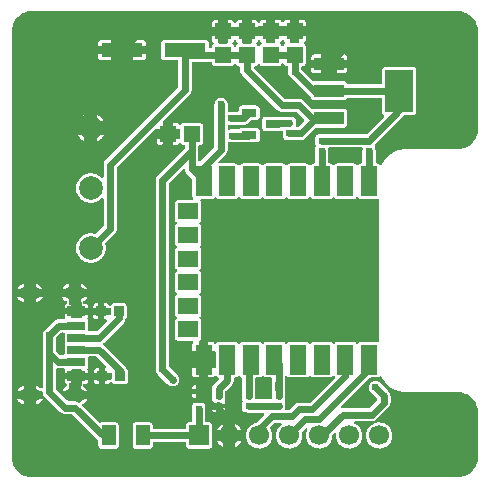
<source format=gtl>
G04 Layer: TopLayer*
G04 EasyEDA v6.5.22, 2023-04-06 23:37:51*
G04 59bfaf2a9afe4f888a6a27d7eff82a53,13d4147aac1444c28c06bf4132869bd4,10*
G04 Gerber Generator version 0.2*
G04 Scale: 100 percent, Rotated: No, Reflected: No *
G04 Dimensions in millimeters *
G04 leading zeros omitted , absolute positions ,4 integer and 5 decimal *
%FSLAX45Y45*%
%MOMM*%

%AMMACRO1*21,1,$1,$2,0,0,$3*%
%ADD10C,0.6000*%
%ADD11R,1.1901X1.7280*%
%ADD12MACRO1,0.864X0.8065X90.0000*%
%ADD13MACRO1,0.8001X1.4986X-90.0000*%
%ADD14MACRO1,0.7595X1.4986X-90.0000*%
%ADD15MACRO1,0.701X1.4986X-90.0000*%
%ADD16R,1.2500X0.7000*%
%ADD17MACRO1,0.54X0.5656X-90.0000*%
%ADD18MACRO1,0.54X0.5656X0.0000*%
%ADD19R,0.5400X0.5657*%
%ADD20MACRO1,1.35X1.41X0.0000*%
%ADD21R,1.3500X1.4100*%
%ADD22MACRO1,1.35X1.41X90.0000*%
%ADD23R,3.5000X1.2000*%
%ADD24R,0.6000X0.6000*%
%ADD25R,1.4000X2.5000*%
%ADD26R,1.7000X1.4000*%
%ADD27R,2.5000X1.1000*%
%ADD28MACRO1,3.6X2.34X90.0000*%
%ADD29O,1.7999964X1.0999978000000001*%
%ADD30C,2.0000*%
%ADD31R,1.7000X1.7000*%
%ADD32C,1.7000*%
%ADD33C,5.0000*%
%ADD34C,0.6096*%
%ADD35C,0.0191*%

%LPD*%
G36*
X2320442Y-323392D02*
G01*
X2316378Y-322580D01*
X2313025Y-320141D01*
X2310384Y-315214D01*
X2307285Y-310286D01*
X2303221Y-306222D01*
X2299157Y-302666D01*
X2297531Y-298958D01*
X2297531Y-294843D01*
X2299157Y-291134D01*
X2303221Y-287578D01*
X2307285Y-283514D01*
X2310384Y-278587D01*
X2311552Y-275285D01*
X2313686Y-271729D01*
X2317038Y-269341D01*
X2321102Y-268478D01*
X2325166Y-269341D01*
X2328570Y-271729D01*
X2331212Y-276707D01*
X2334310Y-281635D01*
X2338374Y-285699D01*
X2342438Y-289204D01*
X2344013Y-292963D01*
X2344013Y-297027D01*
X2342438Y-300786D01*
X2338374Y-304292D01*
X2334310Y-308406D01*
X2331212Y-313283D01*
X2330043Y-316585D01*
X2327910Y-320141D01*
X2324506Y-322580D01*
G37*

%LPD*%
G36*
X2118410Y-324256D02*
G01*
X2114346Y-323392D01*
X2110994Y-321005D01*
X2105710Y-312369D01*
X2101596Y-308305D01*
X2097582Y-304800D01*
X2095957Y-301040D01*
X2095957Y-296976D01*
X2097582Y-293217D01*
X2101596Y-289712D01*
X2105710Y-285597D01*
X2108758Y-280720D01*
X2109571Y-278434D01*
X2111705Y-274878D01*
X2115108Y-272491D01*
X2119172Y-271627D01*
X2123236Y-272491D01*
X2126589Y-274878D01*
X2131872Y-283514D01*
X2135987Y-287578D01*
X2140051Y-291134D01*
X2141626Y-294843D01*
X2141626Y-298958D01*
X2140051Y-302666D01*
X2135987Y-306222D01*
X2131872Y-310286D01*
X2128824Y-315214D01*
X2128012Y-317449D01*
X2125878Y-321005D01*
X2122474Y-323392D01*
G37*

%LPD*%
G36*
X1916480Y-327304D02*
G01*
X1912416Y-326440D01*
X1909064Y-324053D01*
X1906930Y-320497D01*
X1905762Y-317296D01*
X1902714Y-312369D01*
X1898599Y-308305D01*
X1894535Y-304800D01*
X1892960Y-301040D01*
X1892960Y-296976D01*
X1894535Y-293217D01*
X1898599Y-289712D01*
X1902714Y-285597D01*
X1905762Y-280720D01*
X1906930Y-277520D01*
X1909064Y-273964D01*
X1912416Y-271526D01*
X1916480Y-270713D01*
X1920544Y-271526D01*
X1923948Y-273964D01*
X1926082Y-277520D01*
X1927199Y-280720D01*
X1930298Y-285597D01*
X1934362Y-289712D01*
X1938426Y-293217D01*
X1940052Y-296976D01*
X1940052Y-301040D01*
X1938426Y-304800D01*
X1934362Y-308305D01*
X1930298Y-312369D01*
X1927199Y-317296D01*
X1926082Y-320497D01*
X1923948Y-324053D01*
X1920544Y-326440D01*
G37*

%LPD*%
G36*
X2749042Y-1332687D02*
G01*
X2745282Y-1331061D01*
X2742438Y-1328115D01*
X2741269Y-1326235D01*
X2737154Y-1322120D01*
X2732278Y-1319072D01*
X2726791Y-1317142D01*
X2720492Y-1316431D01*
X2716733Y-1316431D01*
X2712872Y-1315669D01*
X2709570Y-1313484D01*
X2707386Y-1310182D01*
X2706573Y-1306322D01*
X2706420Y-1211173D01*
X2705506Y-1201013D01*
X2703779Y-1194562D01*
X2703423Y-1190294D01*
X2704185Y-1186383D01*
X2706370Y-1183081D01*
X2709672Y-1180896D01*
X2713583Y-1180134D01*
X2988106Y-1180134D01*
X2992526Y-1181100D01*
X2996031Y-1183894D01*
X2998012Y-1187907D01*
X2998063Y-1192428D01*
X2995523Y-1205941D01*
X2995371Y-1210919D01*
X2995320Y-1300276D01*
X2994812Y-1307033D01*
X2993847Y-1310690D01*
X2991612Y-1313738D01*
X2988411Y-1315720D01*
X2984703Y-1316431D01*
X2981655Y-1316431D01*
X2975305Y-1317142D01*
X2969869Y-1319072D01*
X2964942Y-1322120D01*
X2960878Y-1326235D01*
X2959658Y-1328115D01*
X2956864Y-1331061D01*
X2953105Y-1332687D01*
X2949041Y-1332687D01*
X2945282Y-1331061D01*
X2942437Y-1328115D01*
X2941269Y-1326235D01*
X2937154Y-1322120D01*
X2932277Y-1319072D01*
X2926791Y-1317142D01*
X2920492Y-1316431D01*
X2781655Y-1316431D01*
X2775305Y-1317142D01*
X2769870Y-1319072D01*
X2764942Y-1322120D01*
X2760878Y-1326235D01*
X2759659Y-1328115D01*
X2756865Y-1331061D01*
X2753106Y-1332687D01*
G37*

%LPD*%
G36*
X2095093Y-3314750D02*
G01*
X2091182Y-3313988D01*
X2087880Y-3311804D01*
X2085695Y-3308502D01*
X2084882Y-3303015D01*
X2085238Y-3300425D01*
X2087016Y-3293821D01*
X2087930Y-3283661D01*
X2087930Y-3138728D01*
X2088692Y-3134817D01*
X2090877Y-3131515D01*
X2094179Y-3129330D01*
X2098090Y-3128568D01*
X2120493Y-3128568D01*
X2126792Y-3127857D01*
X2132279Y-3125927D01*
X2137156Y-3122879D01*
X2141270Y-3118764D01*
X2142490Y-3116834D01*
X2145284Y-3113887D01*
X2149043Y-3112262D01*
X2153107Y-3112262D01*
X2156866Y-3113887D01*
X2159711Y-3116834D01*
X2160879Y-3118662D01*
X2164943Y-3122777D01*
X2169871Y-3125876D01*
X2175306Y-3127756D01*
X2181606Y-3128467D01*
X2219909Y-3128467D01*
X2223820Y-3129280D01*
X2227122Y-3131464D01*
X2229307Y-3134766D01*
X2230069Y-3138627D01*
X2230069Y-3175609D01*
X2229510Y-3179216D01*
X2228646Y-3189020D01*
X2229154Y-3195066D01*
X2230018Y-3279241D01*
X2229662Y-3284220D01*
X2230526Y-3294024D01*
X2232660Y-3302000D01*
X2232914Y-3305657D01*
X2231898Y-3309213D01*
X2229612Y-3312160D01*
X2226462Y-3314090D01*
X2222855Y-3314750D01*
G37*

%LPD*%
G36*
X2349093Y-3401517D02*
G01*
X2345182Y-3400755D01*
X2341880Y-3398570D01*
X2339695Y-3395268D01*
X2338882Y-3391357D01*
X2339238Y-3386988D01*
X2341016Y-3380384D01*
X2341880Y-3370681D01*
X2341016Y-3360978D01*
X2339238Y-3354374D01*
X2338882Y-3351784D01*
X2338882Y-3342944D01*
X2338171Y-3336645D01*
X2336139Y-3330752D01*
X2335580Y-3327400D01*
X2336139Y-3324047D01*
X2338171Y-3318154D01*
X2338882Y-3311855D01*
X2338882Y-3304997D01*
X2339238Y-3302355D01*
X2341473Y-3294024D01*
X2342337Y-3284220D01*
X2341930Y-3278733D01*
X2341930Y-3123742D01*
X2342845Y-3119475D01*
X2345436Y-3116021D01*
X2349246Y-3113938D01*
X2353564Y-3113684D01*
X2357628Y-3115208D01*
X2364943Y-3122726D01*
X2369870Y-3125774D01*
X2375306Y-3127705D01*
X2381656Y-3128416D01*
X2520492Y-3128416D01*
X2526792Y-3127705D01*
X2532278Y-3125774D01*
X2537155Y-3122726D01*
X2541270Y-3118612D01*
X2542438Y-3116732D01*
X2545232Y-3113786D01*
X2548991Y-3112211D01*
X2553055Y-3112211D01*
X2556814Y-3113786D01*
X2559659Y-3116732D01*
X2560878Y-3118662D01*
X2564942Y-3122777D01*
X2569870Y-3125876D01*
X2575306Y-3127756D01*
X2581656Y-3128467D01*
X2720492Y-3128467D01*
X2726791Y-3127756D01*
X2732278Y-3125876D01*
X2737154Y-3122777D01*
X2741269Y-3118662D01*
X2742488Y-3116783D01*
X2745282Y-3113836D01*
X2749042Y-3112211D01*
X2753106Y-3112211D01*
X2756865Y-3113836D01*
X2759659Y-3116783D01*
X2761335Y-3119424D01*
X2762656Y-3122574D01*
X2762859Y-3125978D01*
X2761894Y-3129280D01*
X2759913Y-3132023D01*
X2551328Y-3340658D01*
X2548026Y-3342843D01*
X2544114Y-3343605D01*
X2458669Y-3343605D01*
X2453589Y-3343859D01*
X2448763Y-3344468D01*
X2443988Y-3345535D01*
X2439365Y-3347008D01*
X2434844Y-3348888D01*
X2430526Y-3351123D01*
X2426411Y-3353765D01*
X2422550Y-3356711D01*
X2418791Y-3360165D01*
X2380386Y-3398570D01*
X2377084Y-3400755D01*
X2373172Y-3401517D01*
G37*

%LPD*%
G36*
X200863Y-3974084D02*
G01*
X182422Y-3973118D01*
X165557Y-3970578D01*
X148996Y-3966413D01*
X132943Y-3960571D01*
X117500Y-3953256D01*
X102870Y-3944416D01*
X89204Y-3934206D01*
X76606Y-3922725D01*
X65125Y-3910025D01*
X55016Y-3896258D01*
X46278Y-3881577D01*
X39014Y-3866134D01*
X33324Y-3850030D01*
X29209Y-3833469D01*
X26771Y-3816553D01*
X25908Y-3799128D01*
X25908Y-200863D01*
X26873Y-182422D01*
X29413Y-165557D01*
X33578Y-148996D01*
X39420Y-132943D01*
X46736Y-117500D01*
X55575Y-102870D01*
X65786Y-89204D01*
X77266Y-76606D01*
X89966Y-65125D01*
X103733Y-55016D01*
X118414Y-46278D01*
X133858Y-39014D01*
X149961Y-33324D01*
X166522Y-29209D01*
X183438Y-26771D01*
X200863Y-25908D01*
X3799128Y-25908D01*
X3817569Y-26873D01*
X3834434Y-29413D01*
X3850995Y-33578D01*
X3867048Y-39420D01*
X3882491Y-46736D01*
X3897122Y-55575D01*
X3910787Y-65786D01*
X3923385Y-77266D01*
X3934866Y-89966D01*
X3944975Y-103733D01*
X3953713Y-118414D01*
X3960977Y-133858D01*
X3966667Y-149961D01*
X3970782Y-166522D01*
X3973220Y-183438D01*
X3974084Y-200863D01*
X3974084Y-1021638D01*
X3973118Y-1040028D01*
X3970578Y-1056944D01*
X3966413Y-1073505D01*
X3960571Y-1089558D01*
X3953256Y-1105001D01*
X3944416Y-1119581D01*
X3934206Y-1133297D01*
X3922725Y-1145895D01*
X3910025Y-1157325D01*
X3896258Y-1167485D01*
X3881577Y-1176223D01*
X3866134Y-1183487D01*
X3850030Y-1189177D01*
X3833469Y-1193292D01*
X3816553Y-1195730D01*
X3799128Y-1196594D01*
X3362553Y-1196492D01*
X3341624Y-1197457D01*
X3316782Y-1201166D01*
X3298139Y-1205839D01*
X3277209Y-1213154D01*
X3257092Y-1222502D01*
X3238042Y-1233779D01*
X3235604Y-1235405D01*
X3217875Y-1248714D01*
X3201568Y-1263700D01*
X3188614Y-1277975D01*
X3175304Y-1295704D01*
X3163773Y-1314653D01*
X3158845Y-1324813D01*
X3156508Y-1327962D01*
X3153156Y-1329994D01*
X3149346Y-1330604D01*
X3145536Y-1329740D01*
X3142335Y-1327505D01*
X3137103Y-1322120D01*
X3132277Y-1319072D01*
X3126790Y-1317142D01*
X3120491Y-1316431D01*
X3117697Y-1316431D01*
X3113989Y-1315720D01*
X3110788Y-1313738D01*
X3108553Y-1310690D01*
X3107588Y-1307033D01*
X3107131Y-1300530D01*
X3107182Y-1224178D01*
X3108350Y-1211986D01*
X3107486Y-1202232D01*
X3104489Y-1191361D01*
X3104083Y-1188669D01*
X3104083Y-1183081D01*
X3103372Y-1176731D01*
X3101340Y-1170838D01*
X3100781Y-1167485D01*
X3101340Y-1164132D01*
X3103372Y-1158240D01*
X3103880Y-1153718D01*
X3104845Y-1150416D01*
X3106826Y-1147673D01*
X3343097Y-911402D01*
X3346399Y-909167D01*
X3350260Y-908405D01*
X3423920Y-908405D01*
X3430270Y-907694D01*
X3435705Y-905764D01*
X3440633Y-902716D01*
X3444697Y-898601D01*
X3447796Y-893724D01*
X3449675Y-888237D01*
X3450386Y-881938D01*
X3450386Y-523087D01*
X3449675Y-516737D01*
X3447796Y-511301D01*
X3444697Y-506374D01*
X3440633Y-502310D01*
X3435705Y-499211D01*
X3430270Y-497281D01*
X3423920Y-496570D01*
X3191052Y-496570D01*
X3184753Y-497281D01*
X3179267Y-499211D01*
X3174390Y-502310D01*
X3170275Y-506374D01*
X3167227Y-511301D01*
X3165297Y-516737D01*
X3164586Y-523087D01*
X3164586Y-636422D01*
X3163824Y-640283D01*
X3161588Y-643585D01*
X3158337Y-645820D01*
X3154426Y-646582D01*
X2872587Y-646582D01*
X2868523Y-645718D01*
X2865120Y-643331D01*
X2862986Y-639775D01*
X2861767Y-636270D01*
X2858719Y-631393D01*
X2854604Y-627278D01*
X2849727Y-624230D01*
X2844241Y-622300D01*
X2837942Y-621588D01*
X2589072Y-621588D01*
X2583332Y-621792D01*
X2580487Y-620776D01*
X2578049Y-618998D01*
X2480868Y-521817D01*
X2478684Y-518515D01*
X2477922Y-514604D01*
X2477922Y-501548D01*
X2478684Y-497687D01*
X2480868Y-494385D01*
X2484170Y-492201D01*
X2488946Y-491388D01*
X2495245Y-490677D01*
X2500731Y-488797D01*
X2505608Y-485698D01*
X2509723Y-481634D01*
X2512771Y-476707D01*
X2514701Y-471271D01*
X2515412Y-464921D01*
X2515412Y-325069D01*
X2514701Y-318770D01*
X2512771Y-313283D01*
X2509723Y-308406D01*
X2505608Y-304292D01*
X2501544Y-300786D01*
X2499969Y-297027D01*
X2499969Y-292963D01*
X2501544Y-289204D01*
X2505608Y-285699D01*
X2509723Y-281635D01*
X2512771Y-276707D01*
X2514701Y-271272D01*
X2515412Y-264922D01*
X2515412Y-236575D01*
X2462072Y-236575D01*
X2462072Y-288442D01*
X2461310Y-292303D01*
X2459126Y-295605D01*
X2455824Y-297840D01*
X2451912Y-298602D01*
X2392070Y-298602D01*
X2388158Y-297840D01*
X2384856Y-295605D01*
X2382672Y-292303D01*
X2381910Y-288442D01*
X2381910Y-236575D01*
X2329078Y-236575D01*
X2326284Y-237998D01*
X2323134Y-238506D01*
X2259685Y-238506D01*
X2259685Y-290322D01*
X2258923Y-294233D01*
X2256739Y-297535D01*
X2253437Y-299720D01*
X2249525Y-300482D01*
X2189632Y-300482D01*
X2185771Y-299720D01*
X2182469Y-297535D01*
X2180285Y-294233D01*
X2179472Y-290322D01*
X2179472Y-238506D01*
X2127758Y-238506D01*
X2124811Y-240080D01*
X2121560Y-240588D01*
X2058111Y-240588D01*
X2058111Y-292455D01*
X2057298Y-296316D01*
X2055114Y-299618D01*
X2051812Y-301802D01*
X2047951Y-302615D01*
X1988057Y-302615D01*
X1984146Y-301802D01*
X1980895Y-299618D01*
X1978660Y-296316D01*
X1977898Y-292455D01*
X1977898Y-240588D01*
X1855114Y-240588D01*
X1855114Y-292455D01*
X1854301Y-296316D01*
X1852117Y-299618D01*
X1848815Y-301802D01*
X1844954Y-302615D01*
X1785061Y-302615D01*
X1781149Y-301802D01*
X1777847Y-299618D01*
X1775663Y-296316D01*
X1774901Y-292455D01*
X1774901Y-240588D01*
X1721612Y-240588D01*
X1721612Y-268935D01*
X1722323Y-275234D01*
X1724202Y-280720D01*
X1727301Y-285597D01*
X1731365Y-289712D01*
X1735429Y-293217D01*
X1737055Y-296976D01*
X1737055Y-301040D01*
X1735429Y-304800D01*
X1731365Y-308305D01*
X1727301Y-312369D01*
X1724202Y-317296D01*
X1722323Y-322732D01*
X1721612Y-329082D01*
X1721612Y-332943D01*
X1720799Y-336804D01*
X1718614Y-340106D01*
X1715312Y-342341D01*
X1711452Y-343103D01*
X1704086Y-343103D01*
X1700174Y-342341D01*
X1696872Y-340106D01*
X1694688Y-336804D01*
X1693925Y-332943D01*
X1693925Y-297586D01*
X1693214Y-291236D01*
X1691284Y-285800D01*
X1688185Y-280873D01*
X1684121Y-276809D01*
X1679193Y-273710D01*
X1673758Y-271780D01*
X1667408Y-271068D01*
X1318564Y-271068D01*
X1312265Y-271780D01*
X1306779Y-273710D01*
X1301902Y-276809D01*
X1297787Y-280873D01*
X1294688Y-285800D01*
X1292809Y-291236D01*
X1292098Y-297586D01*
X1292098Y-416407D01*
X1292809Y-422757D01*
X1294688Y-428193D01*
X1297787Y-433120D01*
X1301902Y-437184D01*
X1306779Y-440283D01*
X1312265Y-442214D01*
X1318564Y-442925D01*
X1426921Y-442925D01*
X1430832Y-443687D01*
X1434134Y-445871D01*
X1436319Y-449173D01*
X1437081Y-453085D01*
X1437081Y-665022D01*
X1436319Y-668934D01*
X1434134Y-672236D01*
X820166Y-1286205D01*
X816711Y-1289964D01*
X813765Y-1293825D01*
X811123Y-1297940D01*
X808888Y-1302258D01*
X807008Y-1306779D01*
X805535Y-1311402D01*
X804468Y-1316177D01*
X803859Y-1321003D01*
X803605Y-1326083D01*
X803605Y-1429918D01*
X802843Y-1433830D01*
X800658Y-1437132D01*
X797356Y-1439316D01*
X793445Y-1440078D01*
X789584Y-1439316D01*
X786282Y-1437132D01*
X778916Y-1429766D01*
X766978Y-1420418D01*
X753973Y-1412544D01*
X740105Y-1406296D01*
X725576Y-1401775D01*
X710641Y-1399032D01*
X695452Y-1398117D01*
X680262Y-1399032D01*
X665327Y-1401775D01*
X650798Y-1406296D01*
X636930Y-1412544D01*
X623925Y-1420418D01*
X611987Y-1429766D01*
X601218Y-1440535D01*
X591870Y-1452473D01*
X583996Y-1465478D01*
X577748Y-1479346D01*
X573227Y-1493875D01*
X570484Y-1508810D01*
X569569Y-1524000D01*
X570484Y-1539189D01*
X573227Y-1554124D01*
X577748Y-1568653D01*
X583996Y-1582521D01*
X591870Y-1595526D01*
X601218Y-1607464D01*
X611987Y-1618234D01*
X623925Y-1627581D01*
X636930Y-1635455D01*
X650798Y-1641703D01*
X665327Y-1646224D01*
X680262Y-1648968D01*
X695452Y-1649882D01*
X710641Y-1648968D01*
X725576Y-1646224D01*
X740105Y-1641703D01*
X753973Y-1635455D01*
X766978Y-1627581D01*
X778916Y-1618234D01*
X786282Y-1610868D01*
X789584Y-1608683D01*
X793445Y-1607921D01*
X797356Y-1608683D01*
X800658Y-1610868D01*
X802843Y-1614170D01*
X803605Y-1618081D01*
X803605Y-1840534D01*
X802843Y-1844446D01*
X800658Y-1847748D01*
X739851Y-1908505D01*
X736854Y-1910588D01*
X733298Y-1911502D01*
X729640Y-1911045D01*
X725576Y-1909775D01*
X710641Y-1907032D01*
X695452Y-1906117D01*
X680262Y-1907032D01*
X665327Y-1909775D01*
X650798Y-1914296D01*
X636930Y-1920544D01*
X623925Y-1928418D01*
X611987Y-1937766D01*
X601218Y-1948535D01*
X591870Y-1960473D01*
X583996Y-1973478D01*
X577748Y-1987346D01*
X573227Y-2001875D01*
X570484Y-2016810D01*
X569569Y-2032000D01*
X570484Y-2047189D01*
X573227Y-2062124D01*
X577748Y-2076653D01*
X583996Y-2090521D01*
X591870Y-2103526D01*
X601218Y-2115464D01*
X611987Y-2126234D01*
X623925Y-2135581D01*
X636930Y-2143455D01*
X650798Y-2149703D01*
X665327Y-2154224D01*
X680262Y-2156968D01*
X695452Y-2157882D01*
X710641Y-2156968D01*
X725576Y-2154224D01*
X740105Y-2149703D01*
X753973Y-2143455D01*
X766978Y-2135581D01*
X778916Y-2126234D01*
X789686Y-2115464D01*
X799033Y-2103526D01*
X806907Y-2090521D01*
X813155Y-2076653D01*
X817676Y-2062124D01*
X820419Y-2047189D01*
X821334Y-2032000D01*
X820419Y-2016810D01*
X817676Y-2001875D01*
X816406Y-1997811D01*
X815949Y-1994154D01*
X816864Y-1990598D01*
X818946Y-1987600D01*
X898906Y-1907590D01*
X902360Y-1903831D01*
X905306Y-1899970D01*
X907948Y-1895856D01*
X910183Y-1891538D01*
X912063Y-1887016D01*
X913536Y-1882393D01*
X914603Y-1877618D01*
X915212Y-1872792D01*
X915466Y-1867712D01*
X915466Y-1353261D01*
X916228Y-1349349D01*
X918413Y-1346047D01*
X1237234Y-1027226D01*
X1240231Y-1025144D01*
X1243787Y-1024280D01*
X1247394Y-1024737D01*
X1250645Y-1026414D01*
X1309420Y-1026414D01*
X1309420Y-970737D01*
X1306830Y-967435D01*
X1305763Y-963371D01*
X1306474Y-959256D01*
X1308760Y-955751D01*
X1532382Y-732078D01*
X1535836Y-728319D01*
X1538782Y-724458D01*
X1541424Y-720344D01*
X1543659Y-716026D01*
X1545539Y-711504D01*
X1547012Y-706882D01*
X1548079Y-702106D01*
X1548688Y-697280D01*
X1548942Y-692200D01*
X1548942Y-465074D01*
X1549704Y-461213D01*
X1551889Y-457911D01*
X1555191Y-455676D01*
X1559102Y-454914D01*
X1711452Y-454914D01*
X1715312Y-455676D01*
X1718614Y-457911D01*
X1720799Y-461213D01*
X1721612Y-465074D01*
X1721612Y-468934D01*
X1722323Y-475234D01*
X1724202Y-480720D01*
X1727301Y-485597D01*
X1731365Y-489712D01*
X1736293Y-492810D01*
X1741728Y-494690D01*
X1748078Y-495401D01*
X1881936Y-495401D01*
X1888236Y-494690D01*
X1893722Y-492810D01*
X1898599Y-489712D01*
X1902714Y-485597D01*
X1905762Y-480720D01*
X1906930Y-477520D01*
X1909064Y-473964D01*
X1912416Y-471525D01*
X1916480Y-470712D01*
X1920544Y-471525D01*
X1923948Y-473964D01*
X1926082Y-477520D01*
X1927199Y-480720D01*
X1930298Y-485597D01*
X1934362Y-489712D01*
X1939289Y-492810D01*
X1944725Y-494690D01*
X1950974Y-495401D01*
X1954530Y-496468D01*
X1957476Y-498805D01*
X1959356Y-502005D01*
X1959965Y-505714D01*
X1959610Y-524154D01*
X1959813Y-530504D01*
X1960219Y-534009D01*
X1961540Y-540105D01*
X1962556Y-543509D01*
X1964893Y-549249D01*
X1966468Y-552399D01*
X1969770Y-557682D01*
X1971903Y-560527D01*
X1976170Y-565251D01*
X2273757Y-862837D01*
X2277516Y-866292D01*
X2281377Y-869238D01*
X2285492Y-871880D01*
X2289810Y-874115D01*
X2294331Y-875995D01*
X2298954Y-877468D01*
X2303729Y-878535D01*
X2308555Y-879144D01*
X2313635Y-879398D01*
X2431592Y-879398D01*
X2435504Y-880160D01*
X2438806Y-882345D01*
X2499766Y-943305D01*
X2501950Y-946607D01*
X2502712Y-950518D01*
X2501950Y-954379D01*
X2499766Y-957681D01*
X2453487Y-1003960D01*
X2450185Y-1006144D01*
X2446274Y-1006906D01*
X2441092Y-1006906D01*
X2437434Y-1006246D01*
X2434285Y-1004316D01*
X2432050Y-1001369D01*
X2430983Y-997813D01*
X2431288Y-994156D01*
X2433421Y-986078D01*
X2434285Y-976274D01*
X2433421Y-966469D01*
X2431186Y-958138D01*
X2430881Y-955497D01*
X2430881Y-948537D01*
X2430119Y-942238D01*
X2428240Y-936802D01*
X2425141Y-931875D01*
X2421077Y-927811D01*
X2416149Y-924712D01*
X2410714Y-922782D01*
X2404364Y-922070D01*
X2393950Y-922070D01*
X2387752Y-920800D01*
X2377948Y-919937D01*
X2372461Y-920343D01*
X2242261Y-920343D01*
X2239772Y-920546D01*
X2174697Y-920546D01*
X2168398Y-921258D01*
X2162911Y-923188D01*
X2158034Y-926236D01*
X2153920Y-930351D01*
X2150872Y-935228D01*
X2148941Y-940714D01*
X2148230Y-947013D01*
X2148230Y-1015898D01*
X2148941Y-1022197D01*
X2150872Y-1027684D01*
X2153920Y-1032560D01*
X2158034Y-1036675D01*
X2162911Y-1039723D01*
X2168398Y-1041653D01*
X2174697Y-1042365D01*
X2298547Y-1042365D01*
X2304897Y-1041653D01*
X2310028Y-1039825D01*
X2314397Y-1039317D01*
X2318562Y-1040688D01*
X2321763Y-1043635D01*
X2323388Y-1047699D01*
X2322068Y-1062837D01*
X2322931Y-1072540D01*
X2324709Y-1079144D01*
X2325065Y-1081735D01*
X2325065Y-1090574D01*
X2325776Y-1096873D01*
X2327656Y-1102309D01*
X2330754Y-1107236D01*
X2334818Y-1111300D01*
X2339746Y-1114399D01*
X2345182Y-1116330D01*
X2351532Y-1117041D01*
X2363825Y-1117041D01*
X2368245Y-1117854D01*
X2378405Y-1118768D01*
X2473452Y-1118768D01*
X2478532Y-1118514D01*
X2483358Y-1117904D01*
X2488133Y-1116838D01*
X2492756Y-1115364D01*
X2497277Y-1113485D01*
X2501595Y-1111250D01*
X2505710Y-1108608D01*
X2509570Y-1105662D01*
X2513330Y-1102207D01*
X2599182Y-1016406D01*
X2602484Y-1014171D01*
X2606344Y-1013409D01*
X2837942Y-1013409D01*
X2844241Y-1012698D01*
X2849727Y-1010767D01*
X2854604Y-1007719D01*
X2858719Y-1003604D01*
X2861767Y-998728D01*
X2863697Y-993241D01*
X2864408Y-986942D01*
X2864408Y-878078D01*
X2863697Y-871728D01*
X2861767Y-866292D01*
X2858719Y-861364D01*
X2854604Y-857300D01*
X2849727Y-854202D01*
X2844241Y-852322D01*
X2837942Y-851611D01*
X2589072Y-851611D01*
X2582722Y-852322D01*
X2577033Y-854303D01*
X2573274Y-854862D01*
X2569616Y-854049D01*
X2566466Y-851916D01*
X2498648Y-784098D01*
X2494889Y-780643D01*
X2491028Y-777697D01*
X2486914Y-775055D01*
X2482596Y-772820D01*
X2478074Y-770940D01*
X2473452Y-769467D01*
X2468676Y-768400D01*
X2463850Y-767791D01*
X2458770Y-767537D01*
X2340813Y-767537D01*
X2336901Y-766775D01*
X2333599Y-764590D01*
X2081428Y-512419D01*
X2079294Y-509270D01*
X2078482Y-505612D01*
X2079040Y-501853D01*
X2080920Y-498601D01*
X2083866Y-496214D01*
X2087473Y-495147D01*
X2091232Y-494690D01*
X2096719Y-492810D01*
X2101596Y-489712D01*
X2105710Y-485597D01*
X2108758Y-480720D01*
X2109571Y-478434D01*
X2111705Y-474878D01*
X2115108Y-472490D01*
X2119172Y-471627D01*
X2123236Y-472490D01*
X2126589Y-474878D01*
X2131872Y-483514D01*
X2135987Y-487629D01*
X2140864Y-490677D01*
X2146350Y-492607D01*
X2152650Y-493318D01*
X2286508Y-493318D01*
X2292858Y-492607D01*
X2298293Y-490677D01*
X2303221Y-487629D01*
X2307285Y-483514D01*
X2310384Y-478637D01*
X2311552Y-475284D01*
X2313686Y-471728D01*
X2317038Y-469341D01*
X2321102Y-468477D01*
X2325166Y-469341D01*
X2328570Y-471728D01*
X2331212Y-476707D01*
X2334310Y-481634D01*
X2338374Y-485698D01*
X2343302Y-488797D01*
X2348738Y-490677D01*
X2355900Y-491388D01*
X2359812Y-492201D01*
X2363114Y-494385D01*
X2365298Y-497687D01*
X2366060Y-501548D01*
X2366060Y-536498D01*
X2365654Y-541985D01*
X2366518Y-551789D01*
X2369058Y-561238D01*
X2373172Y-570179D01*
X2378811Y-578205D01*
X2386076Y-585368D01*
X2387447Y-586486D01*
X2542794Y-741883D01*
X2546553Y-745286D01*
X2550414Y-748284D01*
X2554427Y-750824D01*
X2557373Y-752297D01*
X2560116Y-754227D01*
X2562047Y-757021D01*
X2562961Y-760272D01*
X2563317Y-763270D01*
X2565196Y-768705D01*
X2568295Y-773633D01*
X2572359Y-777697D01*
X2577287Y-780796D01*
X2582722Y-782675D01*
X2589072Y-783386D01*
X2837942Y-783386D01*
X2844241Y-782675D01*
X2849727Y-780796D01*
X2854604Y-777697D01*
X2858719Y-773633D01*
X2861767Y-768705D01*
X2862986Y-765200D01*
X2865170Y-761644D01*
X2868523Y-759256D01*
X2872587Y-758393D01*
X3154426Y-758393D01*
X3158337Y-759155D01*
X3161588Y-761390D01*
X3163824Y-764692D01*
X3164586Y-768553D01*
X3164586Y-881938D01*
X3165297Y-888237D01*
X3167227Y-893724D01*
X3170275Y-898601D01*
X3174390Y-902716D01*
X3178098Y-905814D01*
X3179724Y-909015D01*
X3180130Y-912621D01*
X3179267Y-916178D01*
X3177184Y-919124D01*
X3031032Y-1065326D01*
X3027730Y-1067511D01*
X3023819Y-1068273D01*
X2650947Y-1068273D01*
X2640787Y-1069187D01*
X2636316Y-1070051D01*
X2624074Y-1070051D01*
X2617724Y-1070762D01*
X2612288Y-1072642D01*
X2607360Y-1075740D01*
X2603296Y-1079804D01*
X2600198Y-1084732D01*
X2598318Y-1090168D01*
X2597607Y-1096518D01*
X2597607Y-1105306D01*
X2597251Y-1107948D01*
X2595473Y-1114501D01*
X2594610Y-1124204D01*
X2595473Y-1133906D01*
X2597251Y-1140460D01*
X2597607Y-1143101D01*
X2597607Y-1151940D01*
X2598318Y-1158240D01*
X2600350Y-1164132D01*
X2600909Y-1167485D01*
X2600350Y-1170838D01*
X2598318Y-1176731D01*
X2597607Y-1183081D01*
X2597607Y-1191869D01*
X2597251Y-1194460D01*
X2595473Y-1201216D01*
X2594559Y-1211376D01*
X2594762Y-1306271D01*
X2594000Y-1310132D01*
X2591816Y-1313484D01*
X2588514Y-1315669D01*
X2584602Y-1316431D01*
X2581656Y-1316431D01*
X2575306Y-1317142D01*
X2569870Y-1319072D01*
X2564942Y-1322120D01*
X2560878Y-1326235D01*
X2559659Y-1328115D01*
X2556865Y-1331061D01*
X2553106Y-1332687D01*
X2549042Y-1332687D01*
X2545283Y-1331061D01*
X2542438Y-1328115D01*
X2541270Y-1326235D01*
X2537155Y-1322120D01*
X2532278Y-1319072D01*
X2526792Y-1317142D01*
X2520492Y-1316431D01*
X2381656Y-1316431D01*
X2375306Y-1317142D01*
X2369870Y-1319072D01*
X2364943Y-1322120D01*
X2360879Y-1326235D01*
X2359660Y-1328115D01*
X2356866Y-1331061D01*
X2353106Y-1332687D01*
X2349042Y-1332687D01*
X2345283Y-1331061D01*
X2342438Y-1328115D01*
X2341270Y-1326235D01*
X2337155Y-1322120D01*
X2332278Y-1319072D01*
X2326792Y-1317142D01*
X2320493Y-1316431D01*
X2181606Y-1316431D01*
X2175306Y-1317142D01*
X2169871Y-1319072D01*
X2164943Y-1322120D01*
X2160879Y-1326235D01*
X2159660Y-1328115D01*
X2156866Y-1331061D01*
X2153107Y-1332687D01*
X2149043Y-1332687D01*
X2145284Y-1331061D01*
X2142439Y-1328115D01*
X2141270Y-1326235D01*
X2137156Y-1322120D01*
X2132279Y-1319072D01*
X2126792Y-1317142D01*
X2120493Y-1316431D01*
X1981606Y-1316431D01*
X1975307Y-1317142D01*
X1969871Y-1319072D01*
X1964943Y-1322120D01*
X1960880Y-1326235D01*
X1959660Y-1328115D01*
X1956866Y-1331061D01*
X1953107Y-1332687D01*
X1949043Y-1332687D01*
X1945284Y-1331061D01*
X1942439Y-1328115D01*
X1941271Y-1326235D01*
X1937156Y-1322120D01*
X1932279Y-1319072D01*
X1926793Y-1317142D01*
X1920493Y-1316431D01*
X1785162Y-1316431D01*
X1781251Y-1315669D01*
X1777949Y-1313484D01*
X1775764Y-1310182D01*
X1775002Y-1306271D01*
X1775764Y-1302410D01*
X1777949Y-1299108D01*
X1837893Y-1239164D01*
X1841296Y-1235405D01*
X1844293Y-1231544D01*
X1846884Y-1227429D01*
X1849170Y-1223111D01*
X1851050Y-1218590D01*
X1852472Y-1213967D01*
X1853539Y-1209192D01*
X1854200Y-1204366D01*
X1854403Y-1199286D01*
X1854403Y-1146149D01*
X1855165Y-1142238D01*
X1857400Y-1138936D01*
X1860702Y-1136751D01*
X1864563Y-1135989D01*
X1868932Y-1135989D01*
X1871522Y-1136294D01*
X1878126Y-1138072D01*
X1888286Y-1138986D01*
X1919122Y-1138986D01*
X1923745Y-1139393D01*
X1929231Y-1138986D01*
X1993138Y-1138986D01*
X1998675Y-1139393D01*
X2004161Y-1138986D01*
X2029815Y-1138986D01*
X2034743Y-1138732D01*
X2043734Y-1137361D01*
X2098598Y-1137361D01*
X2104898Y-1136650D01*
X2110384Y-1134719D01*
X2115261Y-1131671D01*
X2119376Y-1127556D01*
X2122424Y-1122680D01*
X2124354Y-1117193D01*
X2125065Y-1110894D01*
X2125065Y-1042009D01*
X2124354Y-1035710D01*
X2122424Y-1030224D01*
X2119376Y-1025347D01*
X2115261Y-1021232D01*
X2110384Y-1018184D01*
X2104898Y-1016253D01*
X2098598Y-1015542D01*
X1974748Y-1015542D01*
X1968398Y-1016253D01*
X1962962Y-1018184D01*
X1958035Y-1021232D01*
X1955139Y-1024178D01*
X1951837Y-1026363D01*
X1947925Y-1027125D01*
X1928317Y-1027125D01*
X1923745Y-1026718D01*
X1918207Y-1027125D01*
X1888286Y-1027125D01*
X1878126Y-1028039D01*
X1871522Y-1029817D01*
X1868932Y-1030173D01*
X1864563Y-1030173D01*
X1860702Y-1029360D01*
X1857400Y-1027176D01*
X1855165Y-1023874D01*
X1854403Y-1020013D01*
X1854403Y-997051D01*
X1855165Y-993140D01*
X1857400Y-989837D01*
X1860702Y-987653D01*
X1865375Y-986891D01*
X1867966Y-987196D01*
X1874570Y-988974D01*
X1884730Y-989888D01*
X1988921Y-989888D01*
X1994001Y-989634D01*
X1998878Y-989025D01*
X2003602Y-987958D01*
X2008276Y-986485D01*
X2012797Y-984605D01*
X2017115Y-982370D01*
X2021230Y-979728D01*
X2025091Y-976782D01*
X2028850Y-973328D01*
X2051812Y-950315D01*
X2055114Y-948131D01*
X2059025Y-947369D01*
X2098598Y-947369D01*
X2104898Y-946658D01*
X2110384Y-944727D01*
X2115261Y-941679D01*
X2119376Y-937564D01*
X2122424Y-932687D01*
X2124354Y-927201D01*
X2125065Y-920902D01*
X2125065Y-852017D01*
X2124354Y-845718D01*
X2122424Y-840232D01*
X2119376Y-835355D01*
X2115261Y-831240D01*
X2110384Y-828192D01*
X2104898Y-826262D01*
X2098598Y-825550D01*
X1974748Y-825550D01*
X1968398Y-826262D01*
X1962962Y-828192D01*
X1958035Y-831240D01*
X1953971Y-835355D01*
X1950872Y-840232D01*
X1948942Y-845718D01*
X1948230Y-852017D01*
X1948230Y-867867D01*
X1947468Y-871778D01*
X1945284Y-875080D01*
X1941982Y-877265D01*
X1938070Y-878027D01*
X1884730Y-878027D01*
X1874570Y-878941D01*
X1867966Y-880719D01*
X1864563Y-881075D01*
X1860702Y-880262D01*
X1857400Y-878078D01*
X1855165Y-874776D01*
X1854403Y-870915D01*
X1854403Y-825601D01*
X1855368Y-814324D01*
X1854504Y-804519D01*
X1851964Y-795070D01*
X1847799Y-786130D01*
X1842160Y-778103D01*
X1835251Y-771144D01*
X1827174Y-765505D01*
X1818284Y-761390D01*
X1808784Y-758850D01*
X1799031Y-757986D01*
X1789226Y-758850D01*
X1779727Y-761390D01*
X1770837Y-765505D01*
X1762760Y-771144D01*
X1755851Y-778103D01*
X1750212Y-786130D01*
X1746046Y-795070D01*
X1743456Y-804722D01*
X1742795Y-809904D01*
X1742592Y-815035D01*
X1742592Y-926490D01*
X1742135Y-932027D01*
X1742592Y-937514D01*
X1742592Y-1172108D01*
X1741830Y-1176020D01*
X1739595Y-1179322D01*
X1624279Y-1294638D01*
X1620977Y-1296873D01*
X1617116Y-1297635D01*
X1613204Y-1296873D01*
X1609902Y-1294638D01*
X1607718Y-1291336D01*
X1606956Y-1287475D01*
X1606956Y-1170076D01*
X1607718Y-1166164D01*
X1609902Y-1162862D01*
X1613204Y-1160678D01*
X1617116Y-1159916D01*
X1620926Y-1159916D01*
X1627276Y-1159205D01*
X1632712Y-1157274D01*
X1637588Y-1154226D01*
X1641703Y-1150112D01*
X1644802Y-1145235D01*
X1646682Y-1139748D01*
X1647393Y-1133449D01*
X1647393Y-999591D01*
X1646682Y-993241D01*
X1644802Y-987806D01*
X1641703Y-982878D01*
X1637588Y-978814D01*
X1632712Y-975715D01*
X1627276Y-973785D01*
X1620926Y-973074D01*
X1481074Y-973074D01*
X1474724Y-973785D01*
X1469288Y-975715D01*
X1464411Y-978814D01*
X1460296Y-982878D01*
X1456791Y-986942D01*
X1453032Y-988517D01*
X1448968Y-988517D01*
X1445209Y-986942D01*
X1441704Y-982878D01*
X1437589Y-978814D01*
X1432712Y-975715D01*
X1427226Y-973785D01*
X1420926Y-973074D01*
X1392580Y-973074D01*
X1392580Y-1026414D01*
X1444447Y-1026414D01*
X1448308Y-1027176D01*
X1451610Y-1029360D01*
X1453794Y-1032662D01*
X1454607Y-1036574D01*
X1454607Y-1096416D01*
X1453794Y-1100328D01*
X1451610Y-1103630D01*
X1448308Y-1105814D01*
X1444447Y-1106576D01*
X1392580Y-1106576D01*
X1392580Y-1159916D01*
X1420926Y-1159916D01*
X1427226Y-1159205D01*
X1432712Y-1157274D01*
X1437589Y-1154226D01*
X1441704Y-1150112D01*
X1445209Y-1146048D01*
X1448968Y-1144473D01*
X1453032Y-1144473D01*
X1456791Y-1146048D01*
X1460296Y-1150112D01*
X1464411Y-1154226D01*
X1469288Y-1157274D01*
X1474724Y-1159205D01*
X1481074Y-1159916D01*
X1484833Y-1159916D01*
X1488744Y-1160678D01*
X1492046Y-1162862D01*
X1494231Y-1166164D01*
X1494993Y-1170076D01*
X1494993Y-1181150D01*
X1494231Y-1185062D01*
X1492046Y-1188364D01*
X1262126Y-1418285D01*
X1258671Y-1422044D01*
X1255725Y-1425905D01*
X1253083Y-1430020D01*
X1250848Y-1434338D01*
X1248968Y-1438859D01*
X1247495Y-1443482D01*
X1246428Y-1448257D01*
X1245819Y-1453083D01*
X1245565Y-1458163D01*
X1245565Y-3054959D01*
X1245209Y-3059582D01*
X1246073Y-3069386D01*
X1248613Y-3078835D01*
X1252778Y-3087776D01*
X1258417Y-3095802D01*
X1265732Y-3103016D01*
X1267104Y-3104134D01*
X1343914Y-3180994D01*
X1345336Y-3182721D01*
X1352245Y-3189681D01*
X1360322Y-3195320D01*
X1369212Y-3199434D01*
X1378712Y-3201974D01*
X1388516Y-3202838D01*
X1398270Y-3201974D01*
X1407769Y-3199434D01*
X1416659Y-3195320D01*
X1424736Y-3189681D01*
X1431645Y-3182721D01*
X1437284Y-3174695D01*
X1441450Y-3165754D01*
X1443990Y-3156305D01*
X1444853Y-3146501D01*
X1443990Y-3136696D01*
X1441450Y-3127248D01*
X1437284Y-3118307D01*
X1431645Y-3110280D01*
X1424432Y-3103118D01*
X1423060Y-3102000D01*
X1360373Y-3039313D01*
X1358188Y-3036011D01*
X1357426Y-3032150D01*
X1357426Y-1485341D01*
X1358188Y-1481429D01*
X1360373Y-1478127D01*
X1477822Y-1360728D01*
X1481074Y-1358544D01*
X1484884Y-1357731D01*
X1488694Y-1358442D01*
X1491996Y-1360525D01*
X1494231Y-1363675D01*
X1495145Y-1367485D01*
X1495348Y-1372260D01*
X1495958Y-1377086D01*
X1497025Y-1381861D01*
X1498498Y-1386484D01*
X1500378Y-1391005D01*
X1502613Y-1395323D01*
X1505254Y-1399438D01*
X1508201Y-1403299D01*
X1511655Y-1407058D01*
X1552194Y-1447596D01*
X1554378Y-1450898D01*
X1555140Y-1454810D01*
X1555140Y-1591868D01*
X1555851Y-1598168D01*
X1557782Y-1603654D01*
X1560880Y-1608531D01*
X1563776Y-1612595D01*
X1564589Y-1616456D01*
X1563776Y-1620367D01*
X1561592Y-1623618D01*
X1558290Y-1625854D01*
X1554429Y-1626616D01*
X1436522Y-1626616D01*
X1430223Y-1627327D01*
X1424736Y-1629257D01*
X1419860Y-1632305D01*
X1415745Y-1636420D01*
X1412697Y-1641297D01*
X1410766Y-1646783D01*
X1410055Y-1653082D01*
X1410055Y-1791970D01*
X1410766Y-1798269D01*
X1412697Y-1803755D01*
X1415745Y-1808632D01*
X1419860Y-1812747D01*
X1421638Y-1813864D01*
X1424584Y-1816709D01*
X1426210Y-1820418D01*
X1426210Y-1824532D01*
X1424584Y-1828241D01*
X1421638Y-1831086D01*
X1420012Y-1832102D01*
X1415897Y-1836216D01*
X1412849Y-1841093D01*
X1410919Y-1846580D01*
X1410208Y-1852879D01*
X1410208Y-1991766D01*
X1410919Y-1998065D01*
X1412849Y-2003552D01*
X1415897Y-2008428D01*
X1420012Y-2012543D01*
X1421790Y-2013661D01*
X1424736Y-2016455D01*
X1426311Y-2020214D01*
X1426311Y-2024278D01*
X1424736Y-2028037D01*
X1421790Y-2030831D01*
X1419961Y-2032000D01*
X1415846Y-2036064D01*
X1412798Y-2040991D01*
X1410868Y-2046427D01*
X1410157Y-2052777D01*
X1410157Y-2191613D01*
X1410868Y-2197963D01*
X1412798Y-2203399D01*
X1415846Y-2208326D01*
X1419961Y-2212390D01*
X1421892Y-2213610D01*
X1424838Y-2216454D01*
X1426464Y-2220214D01*
X1426464Y-2224278D01*
X1424838Y-2228037D01*
X1421892Y-2230831D01*
X1419961Y-2232050D01*
X1415846Y-2236165D01*
X1412798Y-2241042D01*
X1410868Y-2246528D01*
X1410157Y-2252827D01*
X1410157Y-2391714D01*
X1410868Y-2398014D01*
X1412798Y-2403500D01*
X1415846Y-2408377D01*
X1419961Y-2412492D01*
X1421790Y-2413609D01*
X1424736Y-2416454D01*
X1426311Y-2420213D01*
X1426311Y-2424277D01*
X1424736Y-2428036D01*
X1421790Y-2430830D01*
X1419961Y-2431999D01*
X1415846Y-2436063D01*
X1412798Y-2440990D01*
X1410868Y-2446426D01*
X1410157Y-2452776D01*
X1410157Y-2591612D01*
X1410868Y-2597962D01*
X1412798Y-2603398D01*
X1415846Y-2608326D01*
X1419961Y-2612390D01*
X1421790Y-2613558D01*
X1424736Y-2616403D01*
X1426362Y-2620111D01*
X1426362Y-2624226D01*
X1424736Y-2627934D01*
X1421790Y-2630779D01*
X1419860Y-2631998D01*
X1415796Y-2636062D01*
X1412697Y-2640990D01*
X1410766Y-2646426D01*
X1410055Y-2652776D01*
X1410055Y-2791612D01*
X1410766Y-2797962D01*
X1412697Y-2803398D01*
X1415796Y-2808325D01*
X1419860Y-2812389D01*
X1424787Y-2815488D01*
X1430223Y-2817368D01*
X1436573Y-2818079D01*
X1554480Y-2818079D01*
X1558391Y-2818892D01*
X1561642Y-2821076D01*
X1563878Y-2824378D01*
X1564640Y-2828239D01*
X1563878Y-2832150D01*
X1560880Y-2836265D01*
X1557782Y-2841142D01*
X1555851Y-2846628D01*
X1555140Y-2852928D01*
X1555140Y-2908503D01*
X1609699Y-2908503D01*
X1609699Y-2825292D01*
X1610563Y-2821228D01*
X1612950Y-2817876D01*
X1617218Y-2815488D01*
X1622094Y-2812389D01*
X1626209Y-2808325D01*
X1629257Y-2803398D01*
X1631188Y-2797962D01*
X1631899Y-2791612D01*
X1631899Y-2652776D01*
X1631188Y-2646426D01*
X1629257Y-2640990D01*
X1626209Y-2636062D01*
X1622094Y-2631998D01*
X1620215Y-2630830D01*
X1617268Y-2627985D01*
X1615694Y-2624277D01*
X1615694Y-2620162D01*
X1617268Y-2616454D01*
X1620215Y-2613609D01*
X1622196Y-2612390D01*
X1626260Y-2608326D01*
X1629359Y-2603398D01*
X1631238Y-2597962D01*
X1631950Y-2591612D01*
X1631950Y-2452776D01*
X1631238Y-2446426D01*
X1629359Y-2440990D01*
X1626260Y-2436063D01*
X1622196Y-2431999D01*
X1620316Y-2430830D01*
X1617370Y-2428036D01*
X1615795Y-2424277D01*
X1615795Y-2420213D01*
X1617370Y-2416454D01*
X1620316Y-2413609D01*
X1622196Y-2412492D01*
X1626260Y-2408377D01*
X1629359Y-2403500D01*
X1631238Y-2398014D01*
X1631950Y-2391714D01*
X1631950Y-2252827D01*
X1631238Y-2246528D01*
X1629359Y-2241042D01*
X1626260Y-2236165D01*
X1622196Y-2232050D01*
X1620215Y-2230831D01*
X1617268Y-2228037D01*
X1615694Y-2224278D01*
X1615694Y-2220214D01*
X1617268Y-2216454D01*
X1620215Y-2213610D01*
X1622196Y-2212390D01*
X1626260Y-2208326D01*
X1629359Y-2203399D01*
X1631238Y-2197963D01*
X1631950Y-2191613D01*
X1631950Y-2052777D01*
X1631238Y-2046427D01*
X1629359Y-2040991D01*
X1626260Y-2036064D01*
X1622196Y-2032000D01*
X1620418Y-2030882D01*
X1617472Y-2028037D01*
X1615846Y-2024329D01*
X1615846Y-2020214D01*
X1617472Y-2016506D01*
X1620418Y-2013661D01*
X1622247Y-2012543D01*
X1626311Y-2008428D01*
X1629410Y-2003552D01*
X1631289Y-1998065D01*
X1632000Y-1991766D01*
X1632000Y-1852879D01*
X1631289Y-1846580D01*
X1629410Y-1841093D01*
X1626311Y-1836216D01*
X1622247Y-1832102D01*
X1620418Y-1830984D01*
X1617472Y-1828139D01*
X1615846Y-1824431D01*
X1615846Y-1820316D01*
X1617472Y-1816607D01*
X1620418Y-1813763D01*
X1622094Y-1812747D01*
X1626158Y-1808632D01*
X1629257Y-1803755D01*
X1631137Y-1798269D01*
X1631848Y-1791970D01*
X1631848Y-1653082D01*
X1631137Y-1646783D01*
X1629257Y-1641297D01*
X1626158Y-1636420D01*
X1623212Y-1632407D01*
X1622450Y-1628495D01*
X1623212Y-1624584D01*
X1625447Y-1621332D01*
X1628749Y-1619097D01*
X1632610Y-1618335D01*
X1720494Y-1618335D01*
X1726793Y-1617624D01*
X1732280Y-1615694D01*
X1737156Y-1612646D01*
X1741271Y-1608531D01*
X1742490Y-1606600D01*
X1745284Y-1603654D01*
X1749043Y-1602079D01*
X1753107Y-1602079D01*
X1756867Y-1603654D01*
X1759712Y-1606600D01*
X1760880Y-1608480D01*
X1764944Y-1612544D01*
X1769872Y-1615643D01*
X1775307Y-1617522D01*
X1781606Y-1618234D01*
X1920493Y-1618234D01*
X1926793Y-1617522D01*
X1932279Y-1615643D01*
X1937156Y-1612544D01*
X1941271Y-1608480D01*
X1942439Y-1606550D01*
X1945284Y-1603603D01*
X1949043Y-1602028D01*
X1953107Y-1602028D01*
X1956866Y-1603603D01*
X1959660Y-1606550D01*
X1960880Y-1608480D01*
X1964943Y-1612544D01*
X1969871Y-1615643D01*
X1975307Y-1617522D01*
X1981606Y-1618234D01*
X2120493Y-1618234D01*
X2126792Y-1617522D01*
X2132279Y-1615643D01*
X2137156Y-1612544D01*
X2141270Y-1608480D01*
X2142439Y-1606550D01*
X2145284Y-1603603D01*
X2149043Y-1602028D01*
X2153107Y-1602028D01*
X2156866Y-1603603D01*
X2159660Y-1606550D01*
X2160879Y-1608480D01*
X2164943Y-1612544D01*
X2169871Y-1615643D01*
X2175306Y-1617522D01*
X2181606Y-1618234D01*
X2320493Y-1618234D01*
X2326792Y-1617522D01*
X2332278Y-1615643D01*
X2337155Y-1612544D01*
X2341270Y-1608480D01*
X2342438Y-1606550D01*
X2345283Y-1603603D01*
X2349042Y-1602028D01*
X2353106Y-1602028D01*
X2356866Y-1603603D01*
X2359660Y-1606550D01*
X2360879Y-1608480D01*
X2364943Y-1612544D01*
X2369870Y-1615643D01*
X2375306Y-1617522D01*
X2381656Y-1618234D01*
X2520492Y-1618234D01*
X2526792Y-1617522D01*
X2532278Y-1615643D01*
X2537155Y-1612544D01*
X2541270Y-1608480D01*
X2542438Y-1606550D01*
X2545283Y-1603603D01*
X2549042Y-1602028D01*
X2553106Y-1602028D01*
X2556865Y-1603603D01*
X2559659Y-1606550D01*
X2560878Y-1608480D01*
X2564942Y-1612544D01*
X2569870Y-1615643D01*
X2575306Y-1617522D01*
X2581656Y-1618234D01*
X2720492Y-1618234D01*
X2726791Y-1617522D01*
X2732278Y-1615643D01*
X2737154Y-1612544D01*
X2741269Y-1608480D01*
X2742438Y-1606550D01*
X2745282Y-1603603D01*
X2749042Y-1602028D01*
X2753106Y-1602028D01*
X2756865Y-1603603D01*
X2759659Y-1606550D01*
X2760878Y-1608480D01*
X2764942Y-1612544D01*
X2769870Y-1615643D01*
X2775305Y-1617522D01*
X2781655Y-1618234D01*
X2920492Y-1618234D01*
X2926791Y-1617522D01*
X2932277Y-1615643D01*
X2937154Y-1612544D01*
X2941269Y-1608480D01*
X2942437Y-1606550D01*
X2945282Y-1603603D01*
X2949041Y-1602028D01*
X2953105Y-1602028D01*
X2956864Y-1603603D01*
X2959658Y-1606550D01*
X2960878Y-1608480D01*
X2964942Y-1612544D01*
X2969869Y-1615643D01*
X2975305Y-1617522D01*
X2981655Y-1618234D01*
X3120491Y-1618234D01*
X3125114Y-1617726D01*
X3129330Y-1618132D01*
X3132988Y-1620266D01*
X3135528Y-1623669D01*
X3136392Y-1627835D01*
X3136392Y-2817063D01*
X3135528Y-2821228D01*
X3132988Y-2824683D01*
X3129330Y-2826766D01*
X3125114Y-2827172D01*
X3120491Y-2826664D01*
X2981655Y-2826664D01*
X2975305Y-2827375D01*
X2969869Y-2829306D01*
X2964942Y-2832354D01*
X2960878Y-2836468D01*
X2959658Y-2838348D01*
X2956864Y-2841294D01*
X2953105Y-2842869D01*
X2949041Y-2842869D01*
X2945282Y-2841294D01*
X2942488Y-2838348D01*
X2941269Y-2836418D01*
X2937154Y-2832354D01*
X2932277Y-2829255D01*
X2926791Y-2827375D01*
X2920492Y-2826664D01*
X2781655Y-2826664D01*
X2775305Y-2827375D01*
X2769870Y-2829255D01*
X2764942Y-2832354D01*
X2760878Y-2836418D01*
X2759659Y-2838348D01*
X2756814Y-2841294D01*
X2753106Y-2842869D01*
X2748991Y-2842869D01*
X2745282Y-2841294D01*
X2742438Y-2838348D01*
X2741269Y-2836468D01*
X2737154Y-2832354D01*
X2732278Y-2829306D01*
X2726791Y-2827375D01*
X2720492Y-2826664D01*
X2581656Y-2826664D01*
X2575306Y-2827375D01*
X2569870Y-2829306D01*
X2564942Y-2832354D01*
X2560878Y-2836468D01*
X2559710Y-2838297D01*
X2556865Y-2841244D01*
X2553106Y-2842869D01*
X2549042Y-2842869D01*
X2545283Y-2841244D01*
X2542489Y-2838297D01*
X2541270Y-2836367D01*
X2537155Y-2832303D01*
X2532278Y-2829204D01*
X2526792Y-2827324D01*
X2520492Y-2826613D01*
X2381656Y-2826613D01*
X2375306Y-2827324D01*
X2369870Y-2829204D01*
X2364943Y-2832303D01*
X2360879Y-2836367D01*
X2359660Y-2838297D01*
X2356815Y-2841244D01*
X2353056Y-2842869D01*
X2348992Y-2842869D01*
X2345232Y-2841244D01*
X2342438Y-2838297D01*
X2341270Y-2836468D01*
X2337155Y-2832354D01*
X2332278Y-2829306D01*
X2326792Y-2827375D01*
X2320493Y-2826664D01*
X2181606Y-2826664D01*
X2175306Y-2827375D01*
X2169871Y-2829306D01*
X2164943Y-2832354D01*
X2160879Y-2836468D01*
X2159660Y-2838399D01*
X2156815Y-2841345D01*
X2153056Y-2842920D01*
X2148992Y-2842920D01*
X2145233Y-2841345D01*
X2142439Y-2838399D01*
X2141270Y-2836519D01*
X2137156Y-2832455D01*
X2132279Y-2829356D01*
X2126792Y-2827477D01*
X2120493Y-2826766D01*
X1981606Y-2826766D01*
X1975307Y-2827477D01*
X1969871Y-2829356D01*
X1964943Y-2832455D01*
X1960880Y-2836519D01*
X1959711Y-2838348D01*
X1956866Y-2841294D01*
X1953158Y-2842920D01*
X1949043Y-2842920D01*
X1945335Y-2841294D01*
X1942490Y-2838348D01*
X1941271Y-2836418D01*
X1937156Y-2832303D01*
X1932279Y-2829255D01*
X1926793Y-2827324D01*
X1920493Y-2826613D01*
X1781606Y-2826613D01*
X1775307Y-2827324D01*
X1769872Y-2829255D01*
X1764944Y-2832303D01*
X1760880Y-2836418D01*
X1759712Y-2838246D01*
X1756918Y-2841193D01*
X1753158Y-2842768D01*
X1749094Y-2842768D01*
X1745335Y-2841193D01*
X1742490Y-2838246D01*
X1741271Y-2836265D01*
X1737156Y-2832150D01*
X1732280Y-2829102D01*
X1726793Y-2827172D01*
X1720494Y-2826461D01*
X1692402Y-2826461D01*
X1692402Y-2908503D01*
X1744980Y-2908503D01*
X1748891Y-2909316D01*
X1752193Y-2911500D01*
X1754378Y-2914802D01*
X1755139Y-2918663D01*
X1755139Y-3036062D01*
X1754378Y-3039973D01*
X1752193Y-3043224D01*
X1748891Y-3045460D01*
X1744980Y-3046222D01*
X1692402Y-3046222D01*
X1692402Y-3128264D01*
X1720494Y-3128264D01*
X1726793Y-3127552D01*
X1732280Y-3125673D01*
X1737156Y-3122574D01*
X1741271Y-3118459D01*
X1742389Y-3116681D01*
X1745234Y-3113735D01*
X1748993Y-3112109D01*
X1753057Y-3112109D01*
X1756816Y-3113735D01*
X1759610Y-3116681D01*
X1760880Y-3118612D01*
X1764944Y-3122726D01*
X1769872Y-3125825D01*
X1774037Y-3127298D01*
X1777542Y-3129381D01*
X1779930Y-3132683D01*
X1780844Y-3136646D01*
X1780133Y-3140659D01*
X1777898Y-3144062D01*
X1738630Y-3183331D01*
X1735175Y-3187090D01*
X1732229Y-3190951D01*
X1729587Y-3195066D01*
X1727352Y-3199384D01*
X1725472Y-3203905D01*
X1723999Y-3208528D01*
X1722932Y-3213303D01*
X1722323Y-3218129D01*
X1722069Y-3223209D01*
X1722069Y-3283762D01*
X1722983Y-3293922D01*
X1724761Y-3300526D01*
X1725117Y-3303117D01*
X1725117Y-3311855D01*
X1725828Y-3318154D01*
X1727860Y-3324047D01*
X1728419Y-3327400D01*
X1727860Y-3330752D01*
X1725828Y-3336645D01*
X1725117Y-3342944D01*
X1725117Y-3350209D01*
X1758137Y-3350209D01*
X1759000Y-3345332D01*
X1761439Y-3341928D01*
X1765046Y-3339795D01*
X1769211Y-3339337D01*
X1778000Y-3340100D01*
X1786788Y-3339337D01*
X1790954Y-3339795D01*
X1794560Y-3341928D01*
X1796999Y-3345332D01*
X1797862Y-3350209D01*
X1830933Y-3350209D01*
X1830933Y-3342944D01*
X1830171Y-3336645D01*
X1828139Y-3330752D01*
X1827580Y-3327400D01*
X1828139Y-3324047D01*
X1830171Y-3318154D01*
X1830933Y-3311855D01*
X1830933Y-3303117D01*
X1831238Y-3300526D01*
X1833016Y-3293922D01*
X1833930Y-3283762D01*
X1833930Y-3250387D01*
X1834692Y-3246475D01*
X1836877Y-3243173D01*
X1890522Y-3189528D01*
X1893976Y-3185769D01*
X1896922Y-3181908D01*
X1899564Y-3177794D01*
X1901799Y-3173476D01*
X1903679Y-3168954D01*
X1905152Y-3164332D01*
X1906219Y-3159556D01*
X1906828Y-3154730D01*
X1907082Y-3149650D01*
X1907082Y-3138576D01*
X1907844Y-3134715D01*
X1910029Y-3131413D01*
X1913331Y-3129229D01*
X1917242Y-3128416D01*
X1920493Y-3128416D01*
X1926793Y-3127705D01*
X1932279Y-3125825D01*
X1937156Y-3122726D01*
X1941271Y-3118612D01*
X1942439Y-3116783D01*
X1945233Y-3113836D01*
X1948992Y-3112262D01*
X1953056Y-3112262D01*
X1956816Y-3113836D01*
X1959610Y-3116783D01*
X1960880Y-3118764D01*
X1964943Y-3122879D01*
X1970836Y-3126536D01*
X1973884Y-3129534D01*
X1975408Y-3133496D01*
X1976069Y-3138271D01*
X1976069Y-3283661D01*
X1976983Y-3293821D01*
X1978761Y-3300425D01*
X1979117Y-3303015D01*
X1979117Y-3311855D01*
X1979828Y-3318154D01*
X1981860Y-3324047D01*
X1982419Y-3327400D01*
X1981860Y-3330752D01*
X1979828Y-3336645D01*
X1979117Y-3342944D01*
X1979117Y-3349904D01*
X1978761Y-3352546D01*
X1976526Y-3360877D01*
X1975662Y-3370681D01*
X1976526Y-3380486D01*
X1978761Y-3388817D01*
X1979117Y-3391458D01*
X1979117Y-3398418D01*
X1979828Y-3404717D01*
X1981707Y-3410153D01*
X1984806Y-3415080D01*
X1988870Y-3419144D01*
X1993798Y-3422243D01*
X1999234Y-3424174D01*
X2005584Y-3424885D01*
X2015998Y-3424885D01*
X2022195Y-3426155D01*
X2032000Y-3427018D01*
X2037588Y-3426612D01*
X2138730Y-3428441D01*
X2143506Y-3428847D01*
X2150872Y-3428187D01*
X2154936Y-3428644D01*
X2158492Y-3430727D01*
X2160981Y-3434029D01*
X2161895Y-3437991D01*
X2161184Y-3442055D01*
X2158949Y-3445510D01*
X2093518Y-3510889D01*
X2091537Y-3512464D01*
X2089251Y-3513480D01*
X2082596Y-3515461D01*
X2069592Y-3521201D01*
X2057450Y-3528568D01*
X2046325Y-3537407D01*
X2036470Y-3547618D01*
X2027986Y-3558997D01*
X2020976Y-3571392D01*
X2015642Y-3584549D01*
X2012035Y-3598316D01*
X2010257Y-3612387D01*
X2010257Y-3626612D01*
X2012035Y-3640683D01*
X2015642Y-3654450D01*
X2020976Y-3667607D01*
X2027986Y-3680002D01*
X2036470Y-3691382D01*
X2046325Y-3701592D01*
X2057450Y-3710432D01*
X2069592Y-3717798D01*
X2082596Y-3723589D01*
X2096211Y-3727602D01*
X2110232Y-3729888D01*
X2124456Y-3730345D01*
X2138578Y-3728974D01*
X2152446Y-3725824D01*
X2165807Y-3720896D01*
X2178405Y-3714343D01*
X2190038Y-3706215D01*
X2200554Y-3696665D01*
X2209749Y-3685844D01*
X2217521Y-3673906D01*
X2223668Y-3661105D01*
X2228138Y-3647643D01*
X2230882Y-3633673D01*
X2231796Y-3619500D01*
X2230882Y-3605326D01*
X2228138Y-3591356D01*
X2223668Y-3577894D01*
X2217521Y-3565093D01*
X2214118Y-3559860D01*
X2212746Y-3556711D01*
X2212543Y-3553256D01*
X2213457Y-3549954D01*
X2215438Y-3547110D01*
X2246223Y-3516325D01*
X2249525Y-3514140D01*
X2253437Y-3513378D01*
X2301494Y-3513378D01*
X2305558Y-3514191D01*
X2308910Y-3516629D01*
X2311095Y-3520135D01*
X2311603Y-3524250D01*
X2310485Y-3528263D01*
X2307793Y-3531463D01*
X2300325Y-3537407D01*
X2290470Y-3547618D01*
X2281986Y-3558997D01*
X2274976Y-3571392D01*
X2269642Y-3584549D01*
X2266035Y-3598316D01*
X2264257Y-3612387D01*
X2264257Y-3626612D01*
X2266035Y-3640683D01*
X2269642Y-3654450D01*
X2274976Y-3667607D01*
X2281986Y-3680002D01*
X2290470Y-3691382D01*
X2300325Y-3701592D01*
X2311450Y-3710432D01*
X2323592Y-3717798D01*
X2336596Y-3723589D01*
X2350211Y-3727602D01*
X2364232Y-3729888D01*
X2378456Y-3730345D01*
X2392578Y-3728974D01*
X2406446Y-3725824D01*
X2419807Y-3720896D01*
X2432405Y-3714343D01*
X2444038Y-3706215D01*
X2454554Y-3696665D01*
X2463749Y-3685844D01*
X2471521Y-3673906D01*
X2477668Y-3661105D01*
X2482138Y-3647643D01*
X2484882Y-3633673D01*
X2485796Y-3619500D01*
X2484882Y-3605326D01*
X2483205Y-3596640D01*
X2483104Y-3593337D01*
X2484069Y-3590188D01*
X2485948Y-3587496D01*
X2511907Y-3561537D01*
X2515209Y-3559352D01*
X2519070Y-3558540D01*
X2522982Y-3559301D01*
X2526284Y-3561486D01*
X2528468Y-3564788D01*
X2529281Y-3568649D01*
X2528519Y-3572510D01*
X2523642Y-3584549D01*
X2520035Y-3598316D01*
X2518257Y-3612387D01*
X2518257Y-3626612D01*
X2520035Y-3640683D01*
X2523642Y-3654450D01*
X2528976Y-3667607D01*
X2535986Y-3680002D01*
X2544470Y-3691382D01*
X2554325Y-3701592D01*
X2565450Y-3710432D01*
X2577592Y-3717798D01*
X2590596Y-3723589D01*
X2604211Y-3727602D01*
X2618232Y-3729888D01*
X2632456Y-3730345D01*
X2646578Y-3728974D01*
X2660446Y-3725824D01*
X2673807Y-3720896D01*
X2686405Y-3714343D01*
X2698038Y-3706215D01*
X2708554Y-3696665D01*
X2717749Y-3685844D01*
X2725521Y-3673906D01*
X2731668Y-3661105D01*
X2736138Y-3647643D01*
X2738882Y-3633673D01*
X2739745Y-3619246D01*
X2740406Y-3615029D01*
X2742742Y-3611422D01*
X2755696Y-3598468D01*
X2759202Y-3596182D01*
X2763316Y-3595471D01*
X2767330Y-3596538D01*
X2770632Y-3599078D01*
X2772613Y-3602786D01*
X2772968Y-3606952D01*
X2772257Y-3612387D01*
X2772257Y-3626612D01*
X2774035Y-3640683D01*
X2777642Y-3654450D01*
X2782976Y-3667607D01*
X2789986Y-3680002D01*
X2798470Y-3691382D01*
X2808325Y-3701592D01*
X2819450Y-3710432D01*
X2831592Y-3717798D01*
X2844596Y-3723589D01*
X2858211Y-3727602D01*
X2872232Y-3729888D01*
X2886456Y-3730345D01*
X2900578Y-3728974D01*
X2914446Y-3725824D01*
X2927807Y-3720896D01*
X2940405Y-3714343D01*
X2952038Y-3706215D01*
X2962554Y-3696665D01*
X2971749Y-3685844D01*
X2979521Y-3673906D01*
X2985668Y-3661105D01*
X2990138Y-3647643D01*
X2992882Y-3633673D01*
X2993796Y-3619500D01*
X2992882Y-3605326D01*
X2990138Y-3591356D01*
X2985668Y-3577894D01*
X2979521Y-3565093D01*
X2971749Y-3553155D01*
X2962554Y-3542334D01*
X2952038Y-3532784D01*
X2940405Y-3524656D01*
X2931566Y-3520084D01*
X2928162Y-3517188D01*
X2926334Y-3513124D01*
X2926384Y-3508654D01*
X2928416Y-3504641D01*
X2931922Y-3501898D01*
X2936290Y-3500932D01*
X3073196Y-3500932D01*
X3078175Y-3500678D01*
X3084880Y-3499662D01*
X3089046Y-3499916D01*
X3092704Y-3501796D01*
X3095193Y-3504742D01*
X3095142Y-3500882D01*
X3096768Y-3497072D01*
X3099816Y-3494227D01*
X3105556Y-3490722D01*
X3109315Y-3487826D01*
X3113074Y-3484372D01*
X3216910Y-3380536D01*
X3220364Y-3376777D01*
X3223310Y-3372916D01*
X3225952Y-3368801D01*
X3228187Y-3364484D01*
X3230067Y-3359962D01*
X3231540Y-3355340D01*
X3232607Y-3350564D01*
X3233216Y-3345738D01*
X3233470Y-3340658D01*
X3233470Y-3289960D01*
X3233877Y-3284474D01*
X3233013Y-3274669D01*
X3230473Y-3265220D01*
X3226358Y-3256279D01*
X3220720Y-3248253D01*
X3212033Y-3239922D01*
X3150006Y-3178098D01*
X3148177Y-3175762D01*
X3141218Y-3168802D01*
X3133191Y-3163163D01*
X3124250Y-3159048D01*
X3114802Y-3156508D01*
X3104997Y-3155645D01*
X3095193Y-3156508D01*
X3085744Y-3159048D01*
X3076803Y-3163163D01*
X3068777Y-3168802D01*
X3061817Y-3175762D01*
X3056178Y-3183788D01*
X3052064Y-3192729D01*
X3049524Y-3202178D01*
X3048660Y-3211982D01*
X3049524Y-3221786D01*
X3052064Y-3231235D01*
X3056178Y-3240176D01*
X3061817Y-3248152D01*
X3118662Y-3304692D01*
X3120847Y-3307994D01*
X3121609Y-3313480D01*
X3120847Y-3317392D01*
X3118662Y-3320694D01*
X3053232Y-3386124D01*
X3049930Y-3388309D01*
X3046018Y-3389071D01*
X2830271Y-3389071D01*
X2825699Y-3389274D01*
X2821736Y-3388664D01*
X2818282Y-3386531D01*
X2815996Y-3383229D01*
X2815132Y-3379266D01*
X2815844Y-3375304D01*
X2818079Y-3371951D01*
X3058617Y-3131464D01*
X3061868Y-3129280D01*
X3065780Y-3128467D01*
X3120491Y-3128467D01*
X3126790Y-3127756D01*
X3132277Y-3125876D01*
X3137154Y-3122777D01*
X3142132Y-3117748D01*
X3145332Y-3115564D01*
X3149142Y-3114751D01*
X3152952Y-3115411D01*
X3156254Y-3117443D01*
X3158540Y-3120593D01*
X3164840Y-3133547D01*
X3176371Y-3152495D01*
X3187801Y-3167938D01*
X3202584Y-3184499D01*
X3218942Y-3199485D01*
X3239058Y-3214420D01*
X3255568Y-3224326D01*
X3275584Y-3233928D01*
X3278276Y-3235045D01*
X3299155Y-3242360D01*
X3317849Y-3247034D01*
X3342640Y-3250742D01*
X3361588Y-3251657D01*
X3366465Y-3251403D01*
X3799332Y-3251301D01*
X3817721Y-3252266D01*
X3834637Y-3254806D01*
X3851198Y-3259023D01*
X3867251Y-3264814D01*
X3882644Y-3272129D01*
X3897274Y-3280968D01*
X3910990Y-3291179D01*
X3923588Y-3302711D01*
X3935018Y-3315360D01*
X3945178Y-3329127D01*
X3953916Y-3343808D01*
X3961180Y-3359251D01*
X3966870Y-3375355D01*
X3970985Y-3391915D01*
X3973423Y-3408832D01*
X3974084Y-3426002D01*
X3974084Y-3799128D01*
X3973118Y-3817569D01*
X3970578Y-3834434D01*
X3966413Y-3850995D01*
X3960571Y-3867048D01*
X3953256Y-3882491D01*
X3944416Y-3897122D01*
X3934206Y-3910787D01*
X3922725Y-3923385D01*
X3910025Y-3934866D01*
X3896258Y-3944975D01*
X3881577Y-3953713D01*
X3866134Y-3960977D01*
X3850030Y-3966667D01*
X3833469Y-3970782D01*
X3816553Y-3973220D01*
X3799128Y-3974084D01*
G37*

%LPC*%
G36*
X1076045Y-3731818D02*
G01*
X1193952Y-3731818D01*
X1200251Y-3731107D01*
X1205738Y-3729177D01*
X1210614Y-3726078D01*
X1214729Y-3722014D01*
X1217777Y-3717086D01*
X1219708Y-3711651D01*
X1220419Y-3705301D01*
X1220419Y-3685590D01*
X1221181Y-3681679D01*
X1223416Y-3678377D01*
X1226667Y-3676192D01*
X1230579Y-3675430D01*
X1491843Y-3675430D01*
X1495704Y-3676192D01*
X1499006Y-3678377D01*
X1501241Y-3681679D01*
X1502003Y-3685590D01*
X1502003Y-3703929D01*
X1502714Y-3710228D01*
X1504594Y-3715715D01*
X1507693Y-3720592D01*
X1511808Y-3724706D01*
X1516684Y-3727805D01*
X1522171Y-3729685D01*
X1528470Y-3730396D01*
X1697329Y-3730396D01*
X1703628Y-3729685D01*
X1709115Y-3727805D01*
X1713992Y-3724706D01*
X1718106Y-3720592D01*
X1721205Y-3715715D01*
X1723085Y-3710228D01*
X1723796Y-3703929D01*
X1723796Y-3535070D01*
X1723085Y-3528771D01*
X1721205Y-3523284D01*
X1718106Y-3518408D01*
X1713992Y-3514293D01*
X1709115Y-3511194D01*
X1703628Y-3509314D01*
X1697329Y-3508603D01*
X1675587Y-3508603D01*
X1671675Y-3507841D01*
X1668373Y-3505606D01*
X1666189Y-3502304D01*
X1665427Y-3498443D01*
X1665427Y-3369564D01*
X1664716Y-3363264D01*
X1662785Y-3357778D01*
X1659686Y-3352901D01*
X1655622Y-3348786D01*
X1650695Y-3345687D01*
X1645259Y-3343808D01*
X1638909Y-3343097D01*
X1580083Y-3343097D01*
X1573733Y-3343808D01*
X1568297Y-3345687D01*
X1563370Y-3348786D01*
X1559306Y-3352901D01*
X1556207Y-3357778D01*
X1554276Y-3363264D01*
X1553565Y-3369564D01*
X1553565Y-3498443D01*
X1552803Y-3502304D01*
X1550619Y-3505606D01*
X1547317Y-3507841D01*
X1543405Y-3508603D01*
X1528470Y-3508603D01*
X1522171Y-3509314D01*
X1516684Y-3511194D01*
X1511808Y-3514293D01*
X1507693Y-3518408D01*
X1504594Y-3523284D01*
X1502714Y-3528771D01*
X1502003Y-3535070D01*
X1502003Y-3553409D01*
X1501241Y-3557320D01*
X1499006Y-3560622D01*
X1495704Y-3562807D01*
X1491843Y-3563569D01*
X1230579Y-3563569D01*
X1226667Y-3562807D01*
X1223416Y-3560622D01*
X1221181Y-3557320D01*
X1220419Y-3553409D01*
X1220419Y-3533648D01*
X1219708Y-3527348D01*
X1217777Y-3521862D01*
X1214729Y-3516985D01*
X1210614Y-3512870D01*
X1205738Y-3509822D01*
X1200251Y-3507892D01*
X1193952Y-3507181D01*
X1076045Y-3507181D01*
X1069746Y-3507892D01*
X1064310Y-3509822D01*
X1059383Y-3512870D01*
X1055319Y-3516985D01*
X1052220Y-3521862D01*
X1050290Y-3527348D01*
X1049578Y-3533648D01*
X1049578Y-3705301D01*
X1050290Y-3711651D01*
X1052220Y-3717086D01*
X1055319Y-3722014D01*
X1059383Y-3726078D01*
X1064310Y-3729177D01*
X1069746Y-3731107D01*
G37*
G36*
X787044Y-3731818D02*
G01*
X904951Y-3731818D01*
X911250Y-3731107D01*
X916686Y-3729177D01*
X921613Y-3726078D01*
X925677Y-3722014D01*
X928776Y-3717086D01*
X930706Y-3711651D01*
X931418Y-3705301D01*
X931418Y-3533648D01*
X930706Y-3527348D01*
X928776Y-3521862D01*
X925677Y-3516985D01*
X921613Y-3512870D01*
X916686Y-3509822D01*
X911250Y-3507892D01*
X904951Y-3507181D01*
X787044Y-3507181D01*
X780796Y-3507892D01*
X773836Y-3510432D01*
X770077Y-3511042D01*
X766318Y-3510229D01*
X763168Y-3508095D01*
X621842Y-3366719D01*
X619607Y-3363366D01*
X618845Y-3359404D01*
X619709Y-3355492D01*
X622046Y-3352190D01*
X625449Y-3350056D01*
X628091Y-3349091D01*
X638200Y-3343554D01*
X647446Y-3336645D01*
X655624Y-3328466D01*
X662533Y-3319221D01*
X667918Y-3309365D01*
X610819Y-3309365D01*
X610819Y-3332479D01*
X609904Y-3336696D01*
X607314Y-3340150D01*
X603504Y-3342233D01*
X599186Y-3342538D01*
X595122Y-3340963D01*
X589991Y-3337661D01*
X585724Y-3335426D01*
X581202Y-3333546D01*
X576580Y-3332073D01*
X571804Y-3331006D01*
X566978Y-3330397D01*
X561898Y-3330143D01*
X518312Y-3330143D01*
X514400Y-3329381D01*
X511098Y-3327196D01*
X508914Y-3323894D01*
X508152Y-3319983D01*
X508152Y-3309365D01*
X483565Y-3309365D01*
X479653Y-3308553D01*
X476351Y-3306368D01*
X402285Y-3232302D01*
X400100Y-3229000D01*
X399338Y-3225088D01*
X399338Y-3061258D01*
X400151Y-3057245D01*
X402437Y-3053892D01*
X405892Y-3051759D01*
X409905Y-3051098D01*
X415239Y-3051352D01*
X467817Y-3051352D01*
X472033Y-3052216D01*
X475488Y-3054807D01*
X477570Y-3058566D01*
X477875Y-3062833D01*
X474319Y-3072688D01*
X473608Y-3079038D01*
X473608Y-3092094D01*
X530656Y-3092094D01*
X530656Y-3069590D01*
X531418Y-3065678D01*
X533654Y-3062376D01*
X536905Y-3060192D01*
X540816Y-3059430D01*
X608177Y-3059430D01*
X612089Y-3060192D01*
X615391Y-3062376D01*
X617575Y-3065678D01*
X618337Y-3069590D01*
X618337Y-3092094D01*
X675436Y-3092094D01*
X675436Y-3079038D01*
X674725Y-3072688D01*
X672795Y-3067253D01*
X669137Y-3061360D01*
X667715Y-3057855D01*
X667715Y-3054096D01*
X669137Y-3050590D01*
X672795Y-3044748D01*
X674725Y-3039262D01*
X675436Y-3032963D01*
X675436Y-2959658D01*
X676198Y-2955747D01*
X678383Y-2952445D01*
X681685Y-2950260D01*
X685596Y-2949498D01*
X740206Y-2949498D01*
X744118Y-2950260D01*
X747420Y-2952445D01*
X826516Y-3031540D01*
X828700Y-3034842D01*
X829462Y-3038703D01*
X828700Y-3042615D01*
X826516Y-3045917D01*
X823214Y-3048101D01*
X819200Y-3048863D01*
X819200Y-3090062D01*
X866952Y-3090062D01*
X870813Y-3090824D01*
X874115Y-3093008D01*
X876300Y-3096310D01*
X877112Y-3100222D01*
X877112Y-3135782D01*
X876300Y-3139694D01*
X874115Y-3142945D01*
X870813Y-3145180D01*
X866952Y-3145942D01*
X819200Y-3145942D01*
X819200Y-3187090D01*
X832408Y-3187090D01*
X838758Y-3186379D01*
X844194Y-3184499D01*
X849121Y-3181400D01*
X853186Y-3177286D01*
X856284Y-3172409D01*
X858418Y-3166313D01*
X860552Y-3162757D01*
X863955Y-3160369D01*
X868019Y-3159506D01*
X872083Y-3160369D01*
X875436Y-3162757D01*
X877569Y-3166313D01*
X879703Y-3172409D01*
X882802Y-3177286D01*
X886866Y-3181400D01*
X891794Y-3184499D01*
X897229Y-3186379D01*
X903579Y-3187090D01*
X983081Y-3187090D01*
X989380Y-3186379D01*
X994867Y-3184499D01*
X999744Y-3181400D01*
X1003858Y-3177286D01*
X1006906Y-3172409D01*
X1008837Y-3166922D01*
X1009548Y-3160623D01*
X1009548Y-3075381D01*
X1008837Y-3069031D01*
X1006906Y-3063595D01*
X1003858Y-3058668D01*
X997254Y-3052419D01*
X995629Y-3049727D01*
X994003Y-3045663D01*
X991768Y-3041396D01*
X989126Y-3037281D01*
X986180Y-3033420D01*
X982726Y-3029661D01*
X807262Y-2854198D01*
X804113Y-2851302D01*
X801674Y-2847898D01*
X800811Y-2843784D01*
X801674Y-2839720D01*
X804113Y-2836316D01*
X807872Y-2832811D01*
X973734Y-2667000D01*
X977137Y-2663240D01*
X980135Y-2659380D01*
X982726Y-2655265D01*
X985012Y-2650947D01*
X986891Y-2646426D01*
X988314Y-2641904D01*
X989533Y-2635554D01*
X990549Y-2632710D01*
X992327Y-2630322D01*
X994867Y-2627782D01*
X997915Y-2622905D01*
X999845Y-2617470D01*
X1000556Y-2611120D01*
X1000556Y-2525877D01*
X999845Y-2519527D01*
X997915Y-2514092D01*
X994867Y-2509164D01*
X990752Y-2505100D01*
X985875Y-2502001D01*
X980389Y-2500122D01*
X974090Y-2499410D01*
X894587Y-2499410D01*
X888237Y-2500122D01*
X882802Y-2502001D01*
X877874Y-2505100D01*
X873810Y-2509164D01*
X870712Y-2514092D01*
X868578Y-2520137D01*
X866444Y-2523693D01*
X863041Y-2526131D01*
X858977Y-2526944D01*
X854913Y-2526131D01*
X851560Y-2523693D01*
X849426Y-2520137D01*
X847293Y-2514092D01*
X844194Y-2509164D01*
X840130Y-2505100D01*
X835202Y-2502001D01*
X829767Y-2500122D01*
X823417Y-2499410D01*
X810209Y-2499410D01*
X810209Y-2540558D01*
X857910Y-2540558D01*
X861821Y-2541320D01*
X865124Y-2543505D01*
X867308Y-2546807D01*
X868070Y-2550718D01*
X868070Y-2586278D01*
X867308Y-2590190D01*
X865124Y-2593492D01*
X861821Y-2595676D01*
X857910Y-2596438D01*
X810209Y-2596438D01*
X810209Y-2637586D01*
X820470Y-2637586D01*
X824331Y-2638399D01*
X827633Y-2640584D01*
X829868Y-2643886D01*
X830630Y-2647746D01*
X829868Y-2651658D01*
X827633Y-2654960D01*
X748030Y-2734564D01*
X744728Y-2736748D01*
X740816Y-2737561D01*
X685596Y-2737561D01*
X681685Y-2736748D01*
X678383Y-2734564D01*
X676198Y-2731262D01*
X675436Y-2727401D01*
X675436Y-2654046D01*
X674725Y-2647746D01*
X672795Y-2642260D01*
X669137Y-2636418D01*
X667715Y-2632913D01*
X667715Y-2629103D01*
X669137Y-2625598D01*
X672795Y-2619756D01*
X674725Y-2614269D01*
X675436Y-2607970D01*
X675436Y-2594864D01*
X618337Y-2594864D01*
X618337Y-2617419D01*
X617575Y-2621280D01*
X615391Y-2624582D01*
X612089Y-2626817D01*
X608177Y-2627579D01*
X540816Y-2627579D01*
X536905Y-2626817D01*
X533654Y-2624582D01*
X531418Y-2621280D01*
X530656Y-2617419D01*
X530656Y-2594864D01*
X473608Y-2594864D01*
X473608Y-2607970D01*
X474319Y-2614269D01*
X477774Y-2623972D01*
X477469Y-2628239D01*
X475386Y-2631998D01*
X471932Y-2634589D01*
X467715Y-2635453D01*
X423062Y-2635453D01*
X419150Y-2635605D01*
X413105Y-2636367D01*
X409498Y-2637129D01*
X403707Y-2638907D01*
X400304Y-2640279D01*
X394868Y-2643022D01*
X391769Y-2644952D01*
X386892Y-2648610D01*
X383946Y-2651252D01*
X309372Y-2723235D01*
X307187Y-2724912D01*
X300228Y-2731871D01*
X294589Y-2739898D01*
X290474Y-2748838D01*
X287934Y-2758287D01*
X287070Y-2768092D01*
X287477Y-2773578D01*
X287477Y-2841955D01*
X287070Y-2847441D01*
X287477Y-2852928D01*
X287477Y-2918561D01*
X287070Y-2924048D01*
X287477Y-2929534D01*
X287477Y-3209848D01*
X286715Y-3213760D01*
X284530Y-3217062D01*
X281228Y-3219246D01*
X277317Y-3220008D01*
X273456Y-3219246D01*
X270154Y-3217062D01*
X267462Y-3214370D01*
X258216Y-3207461D01*
X248107Y-3201924D01*
X237286Y-3197910D01*
X230835Y-3196488D01*
X230835Y-3241649D01*
X277317Y-3241649D01*
X281127Y-3242360D01*
X284378Y-3244494D01*
X286613Y-3247644D01*
X287477Y-3251403D01*
X287731Y-3257346D01*
X288340Y-3262172D01*
X289407Y-3266948D01*
X290880Y-3271570D01*
X292760Y-3276092D01*
X294995Y-3280410D01*
X297637Y-3284524D01*
X300583Y-3288385D01*
X304190Y-3292297D01*
X305562Y-3294583D01*
X308203Y-3296310D01*
X437337Y-3425444D01*
X441096Y-3428898D01*
X444957Y-3431844D01*
X449072Y-3434486D01*
X453390Y-3436721D01*
X457911Y-3438601D01*
X462534Y-3440074D01*
X467309Y-3441141D01*
X472135Y-3441750D01*
X477215Y-3442004D01*
X534720Y-3442004D01*
X538632Y-3442766D01*
X541934Y-3444951D01*
X755700Y-3658717D01*
X756970Y-3659784D01*
X759612Y-3663289D01*
X760577Y-3667556D01*
X760577Y-3705301D01*
X761288Y-3711651D01*
X763219Y-3717086D01*
X766267Y-3722014D01*
X770382Y-3726078D01*
X775258Y-3729177D01*
X780745Y-3731107D01*
G37*
G36*
X3140456Y-3730345D02*
G01*
X3154578Y-3728974D01*
X3168446Y-3725824D01*
X3181807Y-3720896D01*
X3194405Y-3714343D01*
X3206038Y-3706215D01*
X3216554Y-3696665D01*
X3225749Y-3685844D01*
X3233521Y-3673906D01*
X3239668Y-3661105D01*
X3244138Y-3647643D01*
X3246882Y-3633673D01*
X3247796Y-3619500D01*
X3246882Y-3605326D01*
X3244138Y-3591356D01*
X3239668Y-3577894D01*
X3233521Y-3565093D01*
X3225749Y-3553155D01*
X3216554Y-3542334D01*
X3206038Y-3532784D01*
X3194405Y-3524656D01*
X3181807Y-3518103D01*
X3168446Y-3513175D01*
X3154578Y-3510026D01*
X3140456Y-3508654D01*
X3126232Y-3509111D01*
X3112211Y-3511397D01*
X3107994Y-3512667D01*
X3103880Y-3512972D01*
X3099917Y-3511651D01*
X3096869Y-3508857D01*
X3096514Y-3508959D01*
X3096006Y-3513023D01*
X3093872Y-3516579D01*
X3090519Y-3519017D01*
X3085592Y-3521201D01*
X3073450Y-3528568D01*
X3062325Y-3537407D01*
X3052470Y-3547618D01*
X3043986Y-3558997D01*
X3036976Y-3571392D01*
X3031642Y-3584549D01*
X3028035Y-3598316D01*
X3026257Y-3612387D01*
X3026257Y-3626612D01*
X3028035Y-3640683D01*
X3031642Y-3654450D01*
X3036976Y-3667607D01*
X3043986Y-3680002D01*
X3052470Y-3691382D01*
X3062325Y-3701592D01*
X3073450Y-3710432D01*
X3085592Y-3717798D01*
X3098596Y-3723589D01*
X3112211Y-3727602D01*
X3126232Y-3729888D01*
G37*
G36*
X1818030Y-3718915D02*
G01*
X1818030Y-3668369D01*
X1767433Y-3668369D01*
X1773986Y-3680002D01*
X1782470Y-3691382D01*
X1792325Y-3701592D01*
X1803450Y-3710432D01*
X1815592Y-3717798D01*
G37*
G36*
X1915769Y-3718814D02*
G01*
X1924405Y-3714343D01*
X1936038Y-3706215D01*
X1946554Y-3696665D01*
X1955749Y-3685844D01*
X1963521Y-3673906D01*
X1966214Y-3668369D01*
X1915769Y-3668369D01*
G37*
G36*
X1915769Y-3570630D02*
G01*
X1966214Y-3570630D01*
X1963521Y-3565093D01*
X1955749Y-3553155D01*
X1946554Y-3542334D01*
X1936038Y-3532784D01*
X1924405Y-3524656D01*
X1915769Y-3520186D01*
G37*
G36*
X1767433Y-3570630D02*
G01*
X1818030Y-3570630D01*
X1818030Y-3520084D01*
X1815592Y-3521201D01*
X1803450Y-3528568D01*
X1792325Y-3537407D01*
X1782470Y-3547618D01*
X1773986Y-3558997D01*
G37*
G36*
X1751584Y-3424885D02*
G01*
X1758137Y-3424885D01*
X1758137Y-3391154D01*
X1725117Y-3391154D01*
X1725117Y-3398418D01*
X1725828Y-3404717D01*
X1727707Y-3410153D01*
X1730806Y-3415080D01*
X1734870Y-3419144D01*
X1739798Y-3422243D01*
X1745234Y-3424174D01*
G37*
G36*
X1797862Y-3424885D02*
G01*
X1804416Y-3424885D01*
X1810766Y-3424174D01*
X1816201Y-3422243D01*
X1821129Y-3419144D01*
X1825193Y-3415080D01*
X1828292Y-3410153D01*
X1830171Y-3404717D01*
X1830933Y-3398418D01*
X1830933Y-3391154D01*
X1797862Y-3391154D01*
G37*
G36*
X230835Y-3354476D02*
G01*
X237286Y-3353104D01*
X248107Y-3349091D01*
X258216Y-3343554D01*
X267462Y-3336645D01*
X275640Y-3328466D01*
X282549Y-3319221D01*
X287934Y-3309365D01*
X230835Y-3309365D01*
G37*
G36*
X128168Y-3354476D02*
G01*
X128168Y-3309365D01*
X71069Y-3309365D01*
X76454Y-3319221D01*
X83362Y-3328466D01*
X91541Y-3336645D01*
X100787Y-3343554D01*
X110896Y-3349091D01*
X121716Y-3353104D01*
G37*
G36*
X1580083Y-3304895D02*
G01*
X1588160Y-3304895D01*
X1588160Y-3270351D01*
X1553565Y-3270351D01*
X1553565Y-3278428D01*
X1554276Y-3284728D01*
X1556207Y-3290214D01*
X1559306Y-3295091D01*
X1563370Y-3299206D01*
X1568297Y-3302254D01*
X1573733Y-3304184D01*
G37*
G36*
X1630832Y-3304895D02*
G01*
X1638909Y-3304895D01*
X1645259Y-3304184D01*
X1650695Y-3302254D01*
X1655622Y-3299206D01*
X1659686Y-3295091D01*
X1662785Y-3290214D01*
X1664716Y-3284728D01*
X1665427Y-3278428D01*
X1665427Y-3270351D01*
X1630832Y-3270351D01*
G37*
G36*
X71069Y-3241649D02*
G01*
X128168Y-3241649D01*
X128168Y-3196488D01*
X121716Y-3197910D01*
X110896Y-3201924D01*
X100787Y-3207461D01*
X91541Y-3214370D01*
X83362Y-3222548D01*
X76454Y-3231743D01*
G37*
G36*
X610819Y-3241649D02*
G01*
X667918Y-3241649D01*
X662533Y-3231743D01*
X655624Y-3222548D01*
X647446Y-3214370D01*
X638200Y-3207461D01*
X630834Y-3203448D01*
X627532Y-3200501D01*
X625754Y-3196437D01*
X625856Y-3192018D01*
X627888Y-3188055D01*
X631393Y-3185312D01*
X635711Y-3184347D01*
X648919Y-3184347D01*
X655269Y-3183636D01*
X660704Y-3181756D01*
X665632Y-3178657D01*
X669696Y-3174542D01*
X672795Y-3169666D01*
X674725Y-3164179D01*
X675436Y-3157880D01*
X675436Y-3144774D01*
X618337Y-3144774D01*
X618337Y-3194507D01*
X617423Y-3198825D01*
X614730Y-3202279D01*
X610819Y-3204311D01*
G37*
G36*
X451053Y-3241649D02*
G01*
X508152Y-3241649D01*
X508152Y-3184855D01*
X508812Y-3181146D01*
X510844Y-3177946D01*
X513892Y-3175711D01*
X517550Y-3174746D01*
X524459Y-3174288D01*
X530656Y-3174288D01*
X530656Y-3144774D01*
X473608Y-3144774D01*
X473608Y-3157880D01*
X474319Y-3164179D01*
X476199Y-3169666D01*
X479298Y-3174542D01*
X483412Y-3178657D01*
X488289Y-3181756D01*
X491032Y-3182670D01*
X494538Y-3184804D01*
X496976Y-3188157D01*
X497840Y-3192170D01*
X497027Y-3196234D01*
X494690Y-3199587D01*
X490880Y-3201924D01*
X480771Y-3207461D01*
X471525Y-3214370D01*
X463346Y-3222548D01*
X456438Y-3231743D01*
G37*
G36*
X1630832Y-3227628D02*
G01*
X1665427Y-3227628D01*
X1665427Y-3219551D01*
X1664716Y-3213252D01*
X1662785Y-3207766D01*
X1659686Y-3202889D01*
X1655622Y-3198774D01*
X1650695Y-3195726D01*
X1645259Y-3193796D01*
X1638909Y-3193084D01*
X1630832Y-3193084D01*
G37*
G36*
X1553565Y-3227628D02*
G01*
X1588160Y-3227628D01*
X1588160Y-3193084D01*
X1580083Y-3193084D01*
X1573733Y-3193796D01*
X1568297Y-3195726D01*
X1563370Y-3198774D01*
X1559306Y-3202889D01*
X1556207Y-3207766D01*
X1554276Y-3213252D01*
X1553565Y-3219551D01*
G37*
G36*
X752906Y-3187090D02*
G01*
X766165Y-3187090D01*
X766165Y-3145942D01*
X726440Y-3145942D01*
X726440Y-3160623D01*
X727151Y-3166922D01*
X729081Y-3172409D01*
X732129Y-3177286D01*
X736244Y-3181400D01*
X741121Y-3184499D01*
X746607Y-3186379D01*
G37*
G36*
X1581607Y-3128264D02*
G01*
X1609699Y-3128264D01*
X1609699Y-3046222D01*
X1555140Y-3046222D01*
X1555140Y-3101797D01*
X1555851Y-3108096D01*
X1557782Y-3113582D01*
X1560880Y-3118459D01*
X1564944Y-3122574D01*
X1569872Y-3125673D01*
X1575308Y-3127552D01*
G37*
G36*
X726440Y-3090062D02*
G01*
X766165Y-3090062D01*
X766165Y-3048863D01*
X752906Y-3048863D01*
X746607Y-3049574D01*
X741121Y-3051505D01*
X736244Y-3054604D01*
X732129Y-3058668D01*
X729081Y-3063595D01*
X727151Y-3069031D01*
X726440Y-3075381D01*
G37*
G36*
X743915Y-2637586D02*
G01*
X757174Y-2637586D01*
X757174Y-2596438D01*
X717448Y-2596438D01*
X717448Y-2611120D01*
X718159Y-2617470D01*
X720090Y-2622905D01*
X723138Y-2627782D01*
X727252Y-2631897D01*
X732129Y-2634996D01*
X737616Y-2636875D01*
G37*
G36*
X618337Y-2542184D02*
G01*
X675436Y-2542184D01*
X675436Y-2529128D01*
X674725Y-2522778D01*
X672795Y-2517343D01*
X669696Y-2512415D01*
X665632Y-2508351D01*
X660704Y-2505252D01*
X655269Y-2503322D01*
X648919Y-2502611D01*
X635711Y-2502611D01*
X631393Y-2501646D01*
X627888Y-2498953D01*
X625856Y-2494991D01*
X625754Y-2490571D01*
X627532Y-2486456D01*
X630834Y-2483561D01*
X638200Y-2479548D01*
X647446Y-2472639D01*
X655624Y-2464460D01*
X662533Y-2455214D01*
X667918Y-2445359D01*
X610819Y-2445359D01*
X610819Y-2482646D01*
X614730Y-2484678D01*
X617423Y-2488184D01*
X618337Y-2492451D01*
G37*
G36*
X473608Y-2542184D02*
G01*
X530656Y-2542184D01*
X530656Y-2512720D01*
X523748Y-2512669D01*
X517550Y-2512263D01*
X513892Y-2511298D01*
X510844Y-2509012D01*
X508812Y-2505811D01*
X508152Y-2502103D01*
X508152Y-2445359D01*
X451053Y-2445359D01*
X456438Y-2455214D01*
X463346Y-2464460D01*
X471525Y-2472639D01*
X480771Y-2479548D01*
X491235Y-2485186D01*
X494690Y-2487371D01*
X497027Y-2490774D01*
X497840Y-2494788D01*
X496976Y-2498852D01*
X494538Y-2502154D01*
X491032Y-2504287D01*
X488289Y-2505252D01*
X483412Y-2508351D01*
X479298Y-2512415D01*
X476199Y-2517343D01*
X474319Y-2522778D01*
X473608Y-2529128D01*
G37*
G36*
X717448Y-2540558D02*
G01*
X757174Y-2540558D01*
X757174Y-2499410D01*
X743915Y-2499410D01*
X737616Y-2500122D01*
X732129Y-2502001D01*
X727252Y-2505100D01*
X723138Y-2509164D01*
X720090Y-2514092D01*
X718159Y-2519527D01*
X717448Y-2525877D01*
G37*
G36*
X230835Y-2490470D02*
G01*
X237286Y-2489098D01*
X248107Y-2485085D01*
X258216Y-2479548D01*
X267462Y-2472639D01*
X275640Y-2464460D01*
X282549Y-2455214D01*
X287934Y-2445359D01*
X230835Y-2445359D01*
G37*
G36*
X128168Y-2490470D02*
G01*
X128168Y-2445359D01*
X71069Y-2445359D01*
X76454Y-2455214D01*
X83362Y-2464460D01*
X91541Y-2472639D01*
X100787Y-2479548D01*
X110896Y-2485085D01*
X121716Y-2489098D01*
G37*
G36*
X230835Y-2377643D02*
G01*
X287934Y-2377643D01*
X282549Y-2367737D01*
X275640Y-2358542D01*
X267462Y-2350363D01*
X258216Y-2343454D01*
X248107Y-2337917D01*
X237286Y-2333904D01*
X230835Y-2332482D01*
G37*
G36*
X451053Y-2377643D02*
G01*
X508152Y-2377643D01*
X508152Y-2332482D01*
X501700Y-2333904D01*
X490880Y-2337917D01*
X480771Y-2343454D01*
X471525Y-2350363D01*
X463346Y-2358542D01*
X456438Y-2367737D01*
G37*
G36*
X71069Y-2377643D02*
G01*
X128168Y-2377643D01*
X128168Y-2332482D01*
X121716Y-2333904D01*
X110896Y-2337917D01*
X100787Y-2343454D01*
X91541Y-2350363D01*
X83362Y-2358542D01*
X76454Y-2367737D01*
G37*
G36*
X610819Y-2377643D02*
G01*
X667918Y-2377643D01*
X662533Y-2367737D01*
X655624Y-2358542D01*
X647446Y-2350363D01*
X638200Y-2343454D01*
X628091Y-2337917D01*
X617270Y-2333904D01*
X610819Y-2332482D01*
G37*
G36*
X1281074Y-1159916D02*
G01*
X1309420Y-1159916D01*
X1309420Y-1106576D01*
X1254607Y-1106576D01*
X1254607Y-1133449D01*
X1255318Y-1139748D01*
X1257198Y-1145235D01*
X1260297Y-1150112D01*
X1264361Y-1154226D01*
X1269288Y-1157274D01*
X1274724Y-1159205D01*
G37*
G36*
X639114Y-1128420D02*
G01*
X639114Y-1072337D01*
X583031Y-1072337D01*
X583996Y-1074521D01*
X591870Y-1087526D01*
X601218Y-1099464D01*
X611987Y-1110234D01*
X623925Y-1119581D01*
X636930Y-1127455D01*
G37*
G36*
X751789Y-1128420D02*
G01*
X753973Y-1127455D01*
X766978Y-1119581D01*
X778916Y-1110234D01*
X789686Y-1099464D01*
X799033Y-1087526D01*
X806907Y-1074521D01*
X807872Y-1072337D01*
X751789Y-1072337D01*
G37*
G36*
X751789Y-959662D02*
G01*
X807872Y-959662D01*
X806907Y-957478D01*
X799033Y-944473D01*
X789686Y-932535D01*
X778916Y-921766D01*
X766978Y-912418D01*
X753973Y-904544D01*
X751789Y-903579D01*
G37*
G36*
X583031Y-959662D02*
G01*
X639114Y-959662D01*
X639114Y-903579D01*
X636930Y-904544D01*
X623925Y-912418D01*
X611987Y-921766D01*
X601218Y-932535D01*
X591870Y-944473D01*
X583996Y-957478D01*
G37*
G36*
X2782366Y-553415D02*
G01*
X2837942Y-553415D01*
X2844241Y-552704D01*
X2849727Y-550773D01*
X2854604Y-547725D01*
X2858719Y-543610D01*
X2861767Y-538734D01*
X2863697Y-533247D01*
X2864408Y-526948D01*
X2864408Y-506323D01*
X2782366Y-506323D01*
G37*
G36*
X2589072Y-553415D02*
G01*
X2644648Y-553415D01*
X2644648Y-506323D01*
X2562606Y-506323D01*
X2562606Y-526948D01*
X2563317Y-533247D01*
X2565196Y-538734D01*
X2568295Y-543610D01*
X2572359Y-547725D01*
X2577287Y-550773D01*
X2582722Y-552704D01*
G37*
G36*
X784555Y-442925D02*
G01*
X865124Y-442925D01*
X865124Y-393344D01*
X758088Y-393344D01*
X758088Y-416407D01*
X758799Y-422757D01*
X760730Y-428193D01*
X763778Y-433120D01*
X767892Y-437184D01*
X772769Y-440283D01*
X778256Y-442214D01*
G37*
G36*
X1052830Y-442925D02*
G01*
X1133449Y-442925D01*
X1139748Y-442214D01*
X1145235Y-440283D01*
X1150112Y-437184D01*
X1154226Y-433120D01*
X1157274Y-428193D01*
X1159205Y-422757D01*
X1159916Y-416407D01*
X1159916Y-393344D01*
X1052830Y-393344D01*
G37*
G36*
X2782366Y-438658D02*
G01*
X2864408Y-438658D01*
X2864408Y-418084D01*
X2863697Y-411734D01*
X2861767Y-406298D01*
X2858719Y-401370D01*
X2854604Y-397306D01*
X2849727Y-394208D01*
X2844241Y-392277D01*
X2837942Y-391566D01*
X2782366Y-391566D01*
G37*
G36*
X2562606Y-438658D02*
G01*
X2644648Y-438658D01*
X2644648Y-391566D01*
X2589072Y-391566D01*
X2582722Y-392277D01*
X2577287Y-394208D01*
X2572359Y-397306D01*
X2568295Y-401370D01*
X2565196Y-406298D01*
X2563317Y-411734D01*
X2562606Y-418084D01*
G37*
G36*
X1052830Y-320649D02*
G01*
X1159916Y-320649D01*
X1159916Y-297586D01*
X1159205Y-291236D01*
X1157274Y-285800D01*
X1154226Y-280873D01*
X1150112Y-276809D01*
X1145235Y-273710D01*
X1139748Y-271780D01*
X1133449Y-271068D01*
X1052830Y-271068D01*
G37*
G36*
X758088Y-320649D02*
G01*
X865124Y-320649D01*
X865124Y-271068D01*
X784555Y-271068D01*
X778256Y-271780D01*
X772769Y-273710D01*
X767892Y-276809D01*
X763778Y-280873D01*
X760730Y-285800D01*
X758799Y-291236D01*
X758088Y-297586D01*
G37*
G36*
X2109724Y-157683D02*
G01*
X2112111Y-156057D01*
X2116023Y-155295D01*
X2179472Y-155295D01*
X2179472Y-100482D01*
X2152650Y-100482D01*
X2146350Y-101193D01*
X2140864Y-103124D01*
X2135987Y-106172D01*
X2131872Y-110286D01*
X2128824Y-115163D01*
X2128012Y-117449D01*
X2125878Y-121005D01*
X2122474Y-123393D01*
X2118410Y-124256D01*
X2114346Y-123393D01*
X2110994Y-121005D01*
X2105710Y-112369D01*
X2101596Y-108305D01*
X2096719Y-105206D01*
X2091232Y-103327D01*
X2084933Y-102616D01*
X2058111Y-102616D01*
X2058111Y-157378D01*
X2109825Y-157378D01*
G37*
G36*
X1721612Y-157378D02*
G01*
X1774901Y-157378D01*
X1774901Y-102616D01*
X1748078Y-102616D01*
X1741728Y-103327D01*
X1736293Y-105206D01*
X1731365Y-108305D01*
X1727301Y-112369D01*
X1724202Y-117297D01*
X1722323Y-122732D01*
X1721612Y-129082D01*
G37*
G36*
X1855114Y-157378D02*
G01*
X1977898Y-157378D01*
X1977898Y-102616D01*
X1951075Y-102616D01*
X1944725Y-103327D01*
X1939289Y-105206D01*
X1934362Y-108305D01*
X1930298Y-112369D01*
X1927199Y-117297D01*
X1926082Y-120497D01*
X1923948Y-124053D01*
X1920544Y-126441D01*
X1916480Y-127304D01*
X1912416Y-126441D01*
X1909064Y-124053D01*
X1906930Y-120497D01*
X1905762Y-117297D01*
X1902714Y-112369D01*
X1898599Y-108305D01*
X1893722Y-105206D01*
X1888236Y-103327D01*
X1881936Y-102616D01*
X1855114Y-102616D01*
G37*
G36*
X2259685Y-155295D02*
G01*
X2312517Y-155295D01*
X2315311Y-153873D01*
X2318410Y-153416D01*
X2381910Y-153416D01*
X2381910Y-98602D01*
X2355088Y-98602D01*
X2348738Y-99314D01*
X2343302Y-101193D01*
X2338374Y-104292D01*
X2334310Y-108407D01*
X2331212Y-113283D01*
X2330043Y-116585D01*
X2327910Y-120142D01*
X2324506Y-122529D01*
X2320442Y-123393D01*
X2316378Y-122529D01*
X2313025Y-120142D01*
X2310384Y-115163D01*
X2307285Y-110286D01*
X2303221Y-106172D01*
X2298293Y-103124D01*
X2292858Y-101193D01*
X2286508Y-100482D01*
X2259685Y-100482D01*
G37*
G36*
X2462072Y-153416D02*
G01*
X2515412Y-153416D01*
X2515412Y-125069D01*
X2514701Y-118770D01*
X2512771Y-113283D01*
X2509723Y-108407D01*
X2505608Y-104292D01*
X2500731Y-101193D01*
X2495245Y-99314D01*
X2488946Y-98602D01*
X2462072Y-98602D01*
G37*

%LPD*%
G36*
X442315Y-2939491D02*
G01*
X438454Y-2938729D01*
X435152Y-2936544D01*
X402285Y-2903829D01*
X400100Y-2900527D01*
X399338Y-2896616D01*
X399338Y-2852928D01*
X399745Y-2847441D01*
X399338Y-2841955D01*
X399338Y-2796133D01*
X400100Y-2792171D01*
X402437Y-2788818D01*
X442518Y-2750159D01*
X445770Y-2748026D01*
X449580Y-2747314D01*
X463550Y-2747314D01*
X467715Y-2748178D01*
X471119Y-2750667D01*
X473252Y-2754376D01*
X473608Y-2759049D01*
X473608Y-2827883D01*
X474319Y-2834182D01*
X476402Y-2840126D01*
X476961Y-2843479D01*
X476402Y-2846832D01*
X474319Y-2852775D01*
X473608Y-2859125D01*
X473608Y-2927959D01*
X473201Y-2932430D01*
X471119Y-2936138D01*
X467664Y-2938627D01*
X463550Y-2939491D01*
G37*

%LPD*%
D10*
X1550923Y-1066545D02*
G01*
X1550923Y-1208531D01*
X1301495Y-1457960D01*
X1301495Y-3059684D01*
X846073Y-3619500D02*
G01*
X795528Y-3619500D01*
X562102Y-3386073D01*
X477012Y-3386073D01*
X343407Y-3252470D01*
X343407Y-2924047D01*
X574547Y-2995421D02*
G01*
X415036Y-2995421D01*
X343407Y-2924047D01*
X343407Y-2924047D02*
G01*
X343407Y-2924047D01*
X343407Y-2847428D01*
X343407Y-2847428D02*
G01*
X343407Y-2768092D01*
X343407Y-2768092D02*
G01*
X343407Y-2768092D01*
X422910Y-2691384D01*
X574547Y-2691384D01*
X574547Y-2893568D02*
G01*
X767587Y-2893568D01*
X943355Y-3069336D01*
X943355Y-3118104D01*
X783589Y-2568447D02*
G01*
X574547Y-2568447D01*
X574494Y-2793453D02*
G01*
X768200Y-2793453D01*
X934338Y-2627317D01*
X934338Y-2568498D01*
X559485Y-2411491D02*
G01*
X574497Y-2426502D01*
X574497Y-2568539D01*
X559562Y-2411476D02*
G01*
X782828Y-2411476D01*
X951992Y-2242565D01*
X951992Y-1530095D01*
X1351026Y-1131062D01*
X1351026Y-1066545D01*
X574497Y-3118449D02*
G01*
X559485Y-3133460D01*
X559485Y-3275497D01*
X792734Y-3118104D02*
G01*
X574547Y-3118357D01*
X1134998Y-3619500D02*
G01*
X1612900Y-3619500D01*
X1866900Y-3619500D02*
G01*
X1866900Y-3754373D01*
X1976374Y-3864102D01*
X3442461Y-3864102D01*
X3659377Y-3646931D01*
X2051507Y-2975990D02*
G01*
X2051507Y-2977006D01*
X2051992Y-2977492D01*
X2143506Y-3372612D02*
G01*
X2032000Y-3370579D01*
X1301582Y-3059579D02*
G01*
X1388496Y-3146493D01*
X1798497Y-932002D02*
G01*
X1798497Y-814831D01*
X1798998Y-814331D01*
X1798497Y-932002D02*
G01*
X1798497Y-934996D01*
X1798998Y-935497D01*
X2628900Y-3619500D02*
G01*
X2655570Y-3619500D01*
X2830068Y-3445002D01*
X3073400Y-3445002D01*
X3177540Y-3340862D01*
X3177540Y-3284473D01*
X3177540Y-3284473D02*
G01*
X3177540Y-3284473D01*
X3104895Y-3212084D01*
X3051302Y-1210818D02*
G01*
X3051208Y-1305880D01*
X3051208Y-1305880D02*
G01*
X3051047Y-1467357D01*
X3051987Y-1211986D02*
G01*
X3051987Y-1211579D01*
X3051200Y-1210790D01*
X2284984Y-3188970D02*
G01*
X2286000Y-3284220D01*
X959004Y-356994D02*
G01*
X959004Y-938118D01*
X881123Y-1016000D01*
X695502Y-1016000D01*
X1887829Y-1083055D02*
G01*
X1923722Y-1083055D01*
X1923722Y-1083055D02*
G01*
X1998652Y-1083055D01*
X1998652Y-1083055D02*
G01*
X2030044Y-1083055D01*
X2036648Y-1076452D01*
X1884273Y-933957D02*
G01*
X1989150Y-933957D01*
X2036648Y-886460D01*
X1651073Y-1467431D02*
G01*
X1651073Y-1346918D01*
X1798497Y-1199497D01*
X1798497Y-932002D01*
X1551025Y-1066495D02*
G01*
X1551025Y-1367383D01*
X1651073Y-1467431D01*
X1778000Y-3284220D02*
G01*
X1778000Y-3223005D01*
X1851152Y-3149854D01*
X1851152Y-2977642D01*
X1651073Y-2977362D02*
G01*
X1651073Y-3207412D01*
X1609496Y-3248990D01*
X1609496Y-3399002D02*
G01*
X1609496Y-3616096D01*
X1612900Y-3619500D01*
X353009Y-3659987D02*
G01*
X356494Y-3659987D01*
X560999Y-3864493D01*
X1756803Y-3864493D01*
X1866900Y-3754396D01*
X1778000Y-3370681D02*
G01*
X1778000Y-3396998D01*
X1855495Y-3474493D01*
X1855495Y-3608095D01*
X1866900Y-3619500D01*
X2286000Y-3284118D02*
G01*
X2286000Y-3012490D01*
X2251075Y-2977565D01*
X2032000Y-3284118D02*
G01*
X2032000Y-3132795D01*
X2032000Y-3132795D02*
G01*
X2032000Y-2995498D01*
X2051507Y-2975990D01*
X2286000Y-3370681D02*
G01*
X2032000Y-3370681D01*
X3051073Y-2977565D02*
G01*
X3051073Y-3059912D01*
X2626639Y-3484346D01*
X2510053Y-3484346D01*
X2374900Y-3619500D01*
X2713507Y-472490D02*
G01*
X2845485Y-340512D01*
X3646982Y-340512D01*
X2421991Y-194995D02*
G01*
X2541493Y-194995D01*
X2713507Y-367009D01*
X2713507Y-472490D01*
X1815007Y-199009D02*
G01*
X1819020Y-194995D01*
X2421991Y-194995D01*
X962507Y-359994D02*
G01*
X1123492Y-199009D01*
X1815007Y-199009D01*
X959002Y-356996D02*
G01*
X959507Y-356996D01*
X962507Y-359996D01*
X1496491Y-359996D02*
G01*
X1493492Y-356996D01*
X1492986Y-356996D01*
X1496491Y-359994D02*
G01*
X1535506Y-399008D01*
X2018004Y-399008D01*
X2018029Y-399034D02*
G01*
X2015490Y-525526D01*
X2313431Y-823468D01*
X2458974Y-823468D01*
X2567940Y-932434D01*
X2713481Y-932434D01*
X1815007Y-399008D02*
G01*
X2018004Y-399008D01*
X2421991Y-394995D02*
G01*
X2421991Y-471205D01*
X2421991Y-471205D02*
G01*
X2421991Y-541995D01*
X2421991Y-541995D02*
G01*
X2421991Y-541995D01*
X2582484Y-702487D01*
X2713507Y-702487D01*
X2219706Y-397002D02*
G01*
X2421890Y-394970D01*
X2377947Y-1062837D02*
G01*
X2473655Y-1062837D01*
X2604008Y-932484D01*
X2713507Y-932484D01*
X2236647Y-981455D02*
G01*
X2241829Y-976274D01*
X2377947Y-976274D01*
X2650490Y-1210818D02*
G01*
X2650997Y-1467357D01*
X2650500Y-1124204D02*
G01*
X3051200Y-1124204D01*
X3307486Y-702487D02*
G01*
X2713507Y-702487D01*
X3051200Y-1124204D02*
G01*
X3307486Y-867918D01*
X3307486Y-702487D01*
X2851150Y-2977642D02*
G01*
X2851150Y-3119881D01*
X2571495Y-3399536D01*
X2458465Y-3399536D01*
X2400554Y-3457447D01*
X2226056Y-3457447D01*
X2120900Y-3562604D01*
X2120900Y-3619500D01*
X1609597Y-3248913D02*
G01*
X1731010Y-3370579D01*
X1778000Y-3370579D01*
X695502Y-1016000D02*
G01*
X385000Y-1016000D01*
X170942Y-1230058D01*
X170942Y-3477257D01*
X353006Y-3660142D01*
X1493012Y-356870D02*
G01*
X1493012Y-692404D01*
X859536Y-1325879D01*
X859536Y-1867915D01*
X695452Y-2032000D01*
X340512Y-353006D02*
G01*
X340512Y-661009D01*
X695502Y-1016000D01*
D11*
G01*
X845997Y-3619492D03*
G01*
X1134998Y-3619492D03*
D12*
G01*
X943324Y-3117994D03*
G01*
X792674Y-3117994D03*
G01*
X934322Y-2568493D03*
G01*
X783672Y-2568493D03*
D13*
G01*
X574492Y-3118446D03*
D14*
G01*
X574492Y-2995510D03*
D15*
G01*
X574492Y-2893529D03*
G01*
X574492Y-2793453D03*
D14*
G01*
X574492Y-2691472D03*
D13*
G01*
X574492Y-2568536D03*
D16*
G01*
X2036648Y-886460D03*
G01*
X2036648Y-1076452D03*
G01*
X2236647Y-981455D03*
D17*
G01*
X1797709Y-933957D03*
G01*
X1884274Y-933957D03*
D18*
G01*
X2377947Y-1062838D03*
D19*
G01*
X2377947Y-976274D03*
D17*
G01*
X1801265Y-1083056D03*
G01*
X1887830Y-1083056D03*
D20*
G01*
X1814995Y-399003D03*
D21*
G01*
X1815007Y-199009D03*
D20*
G01*
X2017994Y-399003D03*
D21*
G01*
X2018004Y-199009D03*
D20*
G01*
X2219591Y-396902D03*
D21*
G01*
X2219604Y-196900D03*
D20*
G01*
X2421994Y-395003D03*
D21*
G01*
X2421991Y-194995D03*
D22*
G01*
X1551000Y-1066497D03*
G01*
X1350995Y-1066497D03*
D23*
G01*
X959002Y-356996D03*
G01*
X1492986Y-356996D03*
D24*
G01*
X1609496Y-3399002D03*
G01*
X1609496Y-3248990D03*
D18*
G01*
X3051195Y-1124215D03*
D19*
G01*
X3051200Y-1210792D03*
D18*
G01*
X2650495Y-1124215D03*
D19*
G01*
X2650490Y-1210792D03*
D18*
G01*
X2032000Y-3370682D03*
D19*
G01*
X2032000Y-3284118D03*
D18*
G01*
X2286000Y-3370682D03*
D19*
G01*
X2286000Y-3284118D03*
D18*
G01*
X1778000Y-3370682D03*
D19*
G01*
X1778000Y-3284118D03*
D25*
G01*
X3051073Y-2977565D03*
G01*
X2851073Y-2977540D03*
G01*
X2651048Y-2977565D03*
G01*
X2451049Y-2977489D03*
G01*
X2251075Y-2977565D03*
G01*
X2051075Y-2977642D03*
G01*
X1851075Y-2977514D03*
G01*
X1651076Y-2977362D03*
D26*
G01*
X1520977Y-2722168D03*
G01*
X1521053Y-2522169D03*
G01*
X1521053Y-2322245D03*
G01*
X1521053Y-2122170D03*
G01*
X1521104Y-1922297D03*
G01*
X1520952Y-1722501D03*
D25*
G01*
X1651076Y-1467434D03*
G01*
X1851075Y-1467357D03*
G01*
X2051075Y-1467357D03*
G01*
X2251075Y-1467357D03*
G01*
X2451049Y-1467357D03*
G01*
X2651048Y-1467357D03*
G01*
X2851073Y-1467357D03*
G01*
X3051073Y-1467357D03*
D27*
G01*
X2713507Y-472490D03*
G01*
X2713507Y-702487D03*
G01*
X2713507Y-932484D03*
D28*
G01*
X3307496Y-702497D03*
D29*
G01*
X559485Y-3275497D03*
G01*
X559485Y-2411491D03*
G01*
X179501Y-3275497D03*
G01*
X179501Y-2411491D03*
D30*
G01*
X695452Y-1016000D03*
G01*
X695452Y-1524000D03*
G01*
X695452Y-2032000D03*
D31*
G01*
X1612900Y-3619500D03*
D32*
G01*
X1866900Y-3619500D03*
G01*
X2120900Y-3619500D03*
G01*
X2374900Y-3619500D03*
G01*
X2628900Y-3619500D03*
G01*
X2882900Y-3619500D03*
G01*
X3136900Y-3619500D03*
D33*
G01*
X340512Y-353009D03*
G01*
X3646982Y-340512D03*
G01*
X3659479Y-3646982D03*
G01*
X353009Y-3659987D03*
D34*
G01*
X2284984Y-3188995D03*
G01*
X2286000Y-3284220D03*
G01*
X3104997Y-3211982D03*
G01*
X3051987Y-1211986D03*
G01*
X3051200Y-1305890D03*
G01*
X3177540Y-3284473D03*
G01*
X1923719Y-1083055D03*
G01*
X1998649Y-1083055D03*
G01*
X2421991Y-541985D03*
G01*
X2421991Y-471195D03*
G01*
X1798497Y-932002D03*
G01*
X1799005Y-814323D03*
G01*
X1388490Y-3146501D03*
G01*
X2143506Y-3372485D03*
G01*
X2032000Y-3370681D03*
G01*
X1301572Y-3059582D03*
G01*
X2377947Y-976274D03*
G01*
X2236647Y-981455D03*
G01*
X2051507Y-2975990D03*
G01*
X2032000Y-3132785D03*
G01*
X343407Y-2924047D03*
G01*
X343407Y-2768092D03*
G01*
X343407Y-2847428D03*
M02*

</source>
